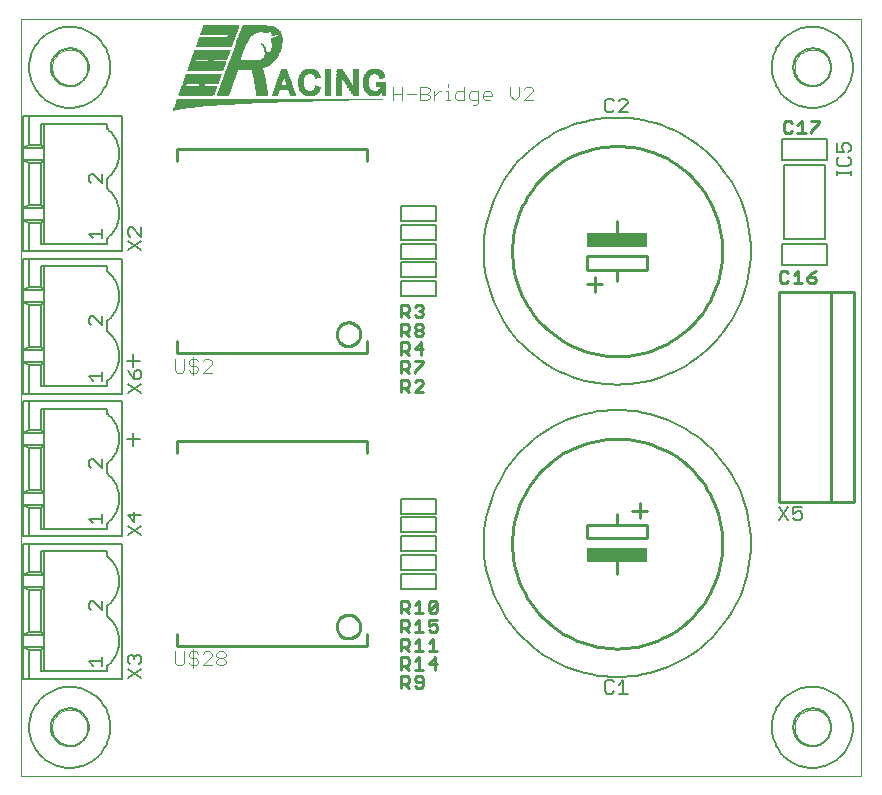
<source format=gto>
G75*
G70*
%OFA0B0*%
%FSLAX24Y24*%
%IPPOS*%
%LPD*%
%AMOC8*
5,1,8,0,0,1.08239X$1,22.5*
%
%ADD10C,0.0000*%
%ADD11R,0.0018X0.0009*%
%ADD12R,0.0036X0.0009*%
%ADD13R,0.0054X0.0009*%
%ADD14R,0.0090X0.0009*%
%ADD15R,0.0117X0.0009*%
%ADD16R,0.0153X0.0009*%
%ADD17R,0.0189X0.0009*%
%ADD18R,0.0243X0.0009*%
%ADD19R,0.0279X0.0009*%
%ADD20R,0.0342X0.0009*%
%ADD21R,0.0387X0.0009*%
%ADD22R,0.0459X0.0009*%
%ADD23R,0.0522X0.0009*%
%ADD24R,0.0594X0.0009*%
%ADD25R,0.0675X0.0009*%
%ADD26R,0.0765X0.0009*%
%ADD27R,0.0846X0.0009*%
%ADD28R,0.0945X0.0009*%
%ADD29R,0.1053X0.0009*%
%ADD30R,0.1152X0.0009*%
%ADD31R,0.1278X0.0009*%
%ADD32R,0.1395X0.0009*%
%ADD33R,0.1530X0.0009*%
%ADD34R,0.1674X0.0009*%
%ADD35R,0.1818X0.0009*%
%ADD36R,0.1971X0.0009*%
%ADD37R,0.2142X0.0009*%
%ADD38R,0.2322X0.0009*%
%ADD39R,0.2511X0.0009*%
%ADD40R,0.2718X0.0009*%
%ADD41R,0.2925X0.0009*%
%ADD42R,0.3150X0.0009*%
%ADD43R,0.3402X0.0009*%
%ADD44R,0.3654X0.0009*%
%ADD45R,0.3933X0.0009*%
%ADD46R,0.4230X0.0009*%
%ADD47R,0.4563X0.0009*%
%ADD48R,0.4914X0.0009*%
%ADD49R,0.5301X0.0009*%
%ADD50R,0.5742X0.0009*%
%ADD51R,0.6246X0.0009*%
%ADD52R,0.6858X0.0009*%
%ADD53R,0.0180X0.0009*%
%ADD54R,0.0162X0.0009*%
%ADD55R,0.0369X0.0009*%
%ADD56R,0.0360X0.0009*%
%ADD57R,0.0171X0.0009*%
%ADD58R,0.0189X0.0009*%
%ADD59R,0.0252X0.0009*%
%ADD60R,0.0225X0.0009*%
%ADD61R,0.0144X0.0009*%
%ADD62R,0.1161X0.0009*%
%ADD63R,0.0378X0.0009*%
%ADD64R,0.0198X0.0009*%
%ADD65R,0.0306X0.0009*%
%ADD66R,0.0270X0.0009*%
%ADD67R,0.0351X0.0009*%
%ADD68R,0.1170X0.0009*%
%ADD69R,0.0369X0.0009*%
%ADD70R,0.0369X0.0009*%
%ADD71R,0.0180X0.0009*%
%ADD72R,0.0198X0.0009*%
%ADD73R,0.0387X0.0009*%
%ADD74R,0.0189X0.0009*%
%ADD75R,0.0162X0.0009*%
%ADD76R,0.0423X0.0009*%
%ADD77R,0.0207X0.0009*%
%ADD78R,0.1170X0.0009*%
%ADD79R,0.0441X0.0009*%
%ADD80R,0.0216X0.0009*%
%ADD81R,0.0387X0.0009*%
%ADD82R,0.0369X0.0009*%
%ADD83R,0.0477X0.0009*%
%ADD84R,0.0414X0.0009*%
%ADD85R,0.0495X0.0009*%
%ADD86R,0.0432X0.0009*%
%ADD87R,0.0513X0.0009*%
%ADD88R,0.0234X0.0009*%
%ADD89R,0.0450X0.0009*%
%ADD90R,0.0531X0.0009*%
%ADD91R,0.0468X0.0009*%
%ADD92R,0.0549X0.0009*%
%ADD93R,0.0486X0.0009*%
%ADD94R,0.0567X0.0009*%
%ADD95R,0.0252X0.0009*%
%ADD96R,0.0585X0.0009*%
%ADD97R,0.0261X0.0009*%
%ADD98R,0.0675X0.0009*%
%ADD99R,0.1161X0.0009*%
%ADD100R,0.0378X0.0009*%
%ADD101R,0.0594X0.0009*%
%ADD102R,0.0261X0.0009*%
%ADD103R,0.0684X0.0009*%
%ADD104R,0.0612X0.0009*%
%ADD105R,0.0684X0.0009*%
%ADD106R,0.0630X0.0009*%
%ADD107R,0.0693X0.0009*%
%ADD108R,0.0288X0.0009*%
%ADD109R,0.0333X0.0009*%
%ADD110R,0.0297X0.0009*%
%ADD111R,0.0171X0.0009*%
%ADD112R,0.0243X0.0009*%
%ADD113R,0.0297X0.0009*%
%ADD114R,0.0279X0.0009*%
%ADD115R,0.0234X0.0009*%
%ADD116R,0.0234X0.0009*%
%ADD117R,0.0315X0.0009*%
%ADD118R,0.0666X0.0009*%
%ADD119R,0.0657X0.0009*%
%ADD120R,0.0216X0.0009*%
%ADD121R,0.0324X0.0009*%
%ADD122R,0.0225X0.0009*%
%ADD123R,0.0648X0.0009*%
%ADD124R,0.0207X0.0009*%
%ADD125R,0.0639X0.0009*%
%ADD126R,0.0342X0.0009*%
%ADD127R,0.0621X0.0009*%
%ADD128R,0.0207X0.0009*%
%ADD129R,0.0351X0.0009*%
%ADD130R,0.0621X0.0009*%
%ADD131R,0.0603X0.0009*%
%ADD132R,0.0135X0.0009*%
%ADD133R,0.0342X0.0009*%
%ADD134R,0.0099X0.0009*%
%ADD135R,0.0576X0.0009*%
%ADD136R,0.0045X0.0009*%
%ADD137R,0.0396X0.0009*%
%ADD138R,0.0135X0.0009*%
%ADD139R,0.0009X0.0009*%
%ADD140R,0.0405X0.0009*%
%ADD141R,0.0567X0.0009*%
%ADD142R,0.0414X0.0009*%
%ADD143R,0.0162X0.0009*%
%ADD144R,0.0360X0.0009*%
%ADD145R,0.0144X0.0009*%
%ADD146R,0.0189X0.0009*%
%ADD147R,0.0036X0.0009*%
%ADD148R,0.0396X0.0009*%
%ADD149R,0.0027X0.0009*%
%ADD150R,0.0063X0.0009*%
%ADD151R,0.0108X0.0009*%
%ADD152R,0.0162X0.0009*%
%ADD153R,0.0342X0.0009*%
%ADD154R,0.0207X0.0009*%
%ADD155R,0.0324X0.0009*%
%ADD156R,0.0306X0.0009*%
%ADD157R,0.0315X0.0009*%
%ADD158R,0.0297X0.0009*%
%ADD159R,0.0612X0.0009*%
%ADD160R,0.0558X0.0009*%
%ADD161R,0.0531X0.0009*%
%ADD162R,0.0252X0.0009*%
%ADD163R,0.0513X0.0009*%
%ADD164R,0.0459X0.0009*%
%ADD165R,0.0450X0.0009*%
%ADD166R,0.0414X0.0009*%
%ADD167R,0.1215X0.0009*%
%ADD168R,0.1215X0.0009*%
%ADD169R,0.1206X0.0009*%
%ADD170R,0.1197X0.0009*%
%ADD171R,0.1179X0.0009*%
%ADD172R,0.1188X0.0009*%
%ADD173R,0.1188X0.0009*%
%ADD174R,0.1224X0.0009*%
%ADD175R,0.1260X0.0009*%
%ADD176R,0.1296X0.0009*%
%ADD177R,0.1305X0.0009*%
%ADD178R,0.1323X0.0009*%
%ADD179R,0.1332X0.0009*%
%ADD180R,0.1350X0.0009*%
%ADD181R,0.1368X0.0009*%
%ADD182R,0.1368X0.0009*%
%ADD183R,0.1386X0.0009*%
%ADD184R,0.1404X0.0009*%
%ADD185R,0.1413X0.0009*%
%ADD186R,0.1422X0.0009*%
%ADD187R,0.1422X0.0009*%
%ADD188R,0.1440X0.0009*%
%ADD189R,0.1449X0.0009*%
%ADD190R,0.1179X0.0009*%
%ADD191R,0.1458X0.0009*%
%ADD192R,0.1458X0.0009*%
%ADD193R,0.1467X0.0009*%
%ADD194R,0.1476X0.0009*%
%ADD195R,0.0144X0.0009*%
%ADD196R,0.1485X0.0009*%
%ADD197R,0.1494X0.0009*%
%ADD198R,0.0459X0.0009*%
%ADD199R,0.1179X0.0009*%
%ADD200R,0.0441X0.0009*%
%ADD201R,0.0432X0.0009*%
%ADD202R,0.0432X0.0009*%
%ADD203R,0.1179X0.0009*%
%ADD204R,0.0468X0.0009*%
%ADD205R,0.0486X0.0009*%
%ADD206R,0.0072X0.0009*%
%ADD207R,0.0054X0.0009*%
%ADD208R,0.0045X0.0009*%
%ADD209R,0.0054X0.0009*%
%ADD210R,0.0072X0.0009*%
%ADD211R,0.0324X0.0009*%
%ADD212R,0.0081X0.0009*%
%ADD213R,0.0081X0.0009*%
%ADD214R,0.0072X0.0009*%
%ADD215R,0.0027X0.0009*%
%ADD216R,0.0324X0.0009*%
%ADD217R,0.0279X0.0009*%
%ADD218R,0.0405X0.0009*%
%ADD219R,0.0027X0.0009*%
%ADD220R,0.0252X0.0009*%
%ADD221R,0.0063X0.0009*%
%ADD222R,0.0540X0.0009*%
%ADD223R,0.0558X0.0009*%
%ADD224R,0.0972X0.0009*%
%ADD225R,0.1008X0.0009*%
%ADD226R,0.1314X0.0009*%
%ADD227R,0.1314X0.0009*%
%ADD228R,0.1287X0.0009*%
%ADD229R,0.1260X0.0009*%
%ADD230R,0.1251X0.0009*%
%ADD231R,0.1242X0.0009*%
%ADD232R,0.1197X0.0009*%
%ADD233R,0.1152X0.0009*%
%ADD234R,0.1143X0.0009*%
%ADD235R,0.1116X0.0009*%
%ADD236R,0.1089X0.0009*%
%ADD237R,0.1062X0.0009*%
%ADD238R,0.1035X0.0009*%
%ADD239R,0.0999X0.0009*%
%ADD240R,0.0954X0.0009*%
%ADD241R,0.0909X0.0009*%
%ADD242R,0.0819X0.0009*%
%ADD243C,0.0040*%
%ADD244C,0.0060*%
%ADD245C,0.0100*%
%ADD246C,0.0080*%
%ADD247C,0.0050*%
%ADD248C,0.0090*%
%ADD249R,0.2000X0.0500*%
D10*
X000180Y000180D02*
X000180Y025425D01*
X028172Y025425D01*
X028172Y000180D01*
X000180Y000180D01*
X001214Y001805D02*
X001216Y001853D01*
X001222Y001901D01*
X001232Y001948D01*
X001245Y001994D01*
X001263Y002039D01*
X001283Y002083D01*
X001308Y002125D01*
X001336Y002164D01*
X001366Y002201D01*
X001400Y002235D01*
X001437Y002267D01*
X001475Y002296D01*
X001516Y002321D01*
X001559Y002343D01*
X001604Y002361D01*
X001650Y002375D01*
X001697Y002386D01*
X001745Y002393D01*
X001793Y002396D01*
X001841Y002395D01*
X001889Y002390D01*
X001937Y002381D01*
X001983Y002369D01*
X002028Y002352D01*
X002072Y002332D01*
X002114Y002309D01*
X002154Y002282D01*
X002192Y002252D01*
X002227Y002219D01*
X002259Y002183D01*
X002289Y002145D01*
X002315Y002104D01*
X002337Y002061D01*
X002357Y002017D01*
X002372Y001972D01*
X002384Y001925D01*
X002392Y001877D01*
X002396Y001829D01*
X002396Y001781D01*
X002392Y001733D01*
X002384Y001685D01*
X002372Y001638D01*
X002357Y001593D01*
X002337Y001549D01*
X002315Y001506D01*
X002289Y001465D01*
X002259Y001427D01*
X002227Y001391D01*
X002192Y001358D01*
X002154Y001328D01*
X002114Y001301D01*
X002072Y001278D01*
X002028Y001258D01*
X001983Y001241D01*
X001937Y001229D01*
X001889Y001220D01*
X001841Y001215D01*
X001793Y001214D01*
X001745Y001217D01*
X001697Y001224D01*
X001650Y001235D01*
X001604Y001249D01*
X001559Y001267D01*
X001516Y001289D01*
X001475Y001314D01*
X001437Y001343D01*
X001400Y001375D01*
X001366Y001409D01*
X001336Y001446D01*
X001308Y001485D01*
X001283Y001527D01*
X001263Y001571D01*
X001245Y001616D01*
X001232Y001662D01*
X001222Y001709D01*
X001216Y001757D01*
X001214Y001805D01*
X001214Y023805D02*
X001216Y023853D01*
X001222Y023901D01*
X001232Y023948D01*
X001245Y023994D01*
X001263Y024039D01*
X001283Y024083D01*
X001308Y024125D01*
X001336Y024164D01*
X001366Y024201D01*
X001400Y024235D01*
X001437Y024267D01*
X001475Y024296D01*
X001516Y024321D01*
X001559Y024343D01*
X001604Y024361D01*
X001650Y024375D01*
X001697Y024386D01*
X001745Y024393D01*
X001793Y024396D01*
X001841Y024395D01*
X001889Y024390D01*
X001937Y024381D01*
X001983Y024369D01*
X002028Y024352D01*
X002072Y024332D01*
X002114Y024309D01*
X002154Y024282D01*
X002192Y024252D01*
X002227Y024219D01*
X002259Y024183D01*
X002289Y024145D01*
X002315Y024104D01*
X002337Y024061D01*
X002357Y024017D01*
X002372Y023972D01*
X002384Y023925D01*
X002392Y023877D01*
X002396Y023829D01*
X002396Y023781D01*
X002392Y023733D01*
X002384Y023685D01*
X002372Y023638D01*
X002357Y023593D01*
X002337Y023549D01*
X002315Y023506D01*
X002289Y023465D01*
X002259Y023427D01*
X002227Y023391D01*
X002192Y023358D01*
X002154Y023328D01*
X002114Y023301D01*
X002072Y023278D01*
X002028Y023258D01*
X001983Y023241D01*
X001937Y023229D01*
X001889Y023220D01*
X001841Y023215D01*
X001793Y023214D01*
X001745Y023217D01*
X001697Y023224D01*
X001650Y023235D01*
X001604Y023249D01*
X001559Y023267D01*
X001516Y023289D01*
X001475Y023314D01*
X001437Y023343D01*
X001400Y023375D01*
X001366Y023409D01*
X001336Y023446D01*
X001308Y023485D01*
X001283Y023527D01*
X001263Y023571D01*
X001245Y023616D01*
X001232Y023662D01*
X001222Y023709D01*
X001216Y023757D01*
X001214Y023805D01*
X025964Y023805D02*
X025966Y023853D01*
X025972Y023901D01*
X025982Y023948D01*
X025995Y023994D01*
X026013Y024039D01*
X026033Y024083D01*
X026058Y024125D01*
X026086Y024164D01*
X026116Y024201D01*
X026150Y024235D01*
X026187Y024267D01*
X026225Y024296D01*
X026266Y024321D01*
X026309Y024343D01*
X026354Y024361D01*
X026400Y024375D01*
X026447Y024386D01*
X026495Y024393D01*
X026543Y024396D01*
X026591Y024395D01*
X026639Y024390D01*
X026687Y024381D01*
X026733Y024369D01*
X026778Y024352D01*
X026822Y024332D01*
X026864Y024309D01*
X026904Y024282D01*
X026942Y024252D01*
X026977Y024219D01*
X027009Y024183D01*
X027039Y024145D01*
X027065Y024104D01*
X027087Y024061D01*
X027107Y024017D01*
X027122Y023972D01*
X027134Y023925D01*
X027142Y023877D01*
X027146Y023829D01*
X027146Y023781D01*
X027142Y023733D01*
X027134Y023685D01*
X027122Y023638D01*
X027107Y023593D01*
X027087Y023549D01*
X027065Y023506D01*
X027039Y023465D01*
X027009Y023427D01*
X026977Y023391D01*
X026942Y023358D01*
X026904Y023328D01*
X026864Y023301D01*
X026822Y023278D01*
X026778Y023258D01*
X026733Y023241D01*
X026687Y023229D01*
X026639Y023220D01*
X026591Y023215D01*
X026543Y023214D01*
X026495Y023217D01*
X026447Y023224D01*
X026400Y023235D01*
X026354Y023249D01*
X026309Y023267D01*
X026266Y023289D01*
X026225Y023314D01*
X026187Y023343D01*
X026150Y023375D01*
X026116Y023409D01*
X026086Y023446D01*
X026058Y023485D01*
X026033Y023527D01*
X026013Y023571D01*
X025995Y023616D01*
X025982Y023662D01*
X025972Y023709D01*
X025966Y023757D01*
X025964Y023805D01*
X025964Y001805D02*
X025966Y001853D01*
X025972Y001901D01*
X025982Y001948D01*
X025995Y001994D01*
X026013Y002039D01*
X026033Y002083D01*
X026058Y002125D01*
X026086Y002164D01*
X026116Y002201D01*
X026150Y002235D01*
X026187Y002267D01*
X026225Y002296D01*
X026266Y002321D01*
X026309Y002343D01*
X026354Y002361D01*
X026400Y002375D01*
X026447Y002386D01*
X026495Y002393D01*
X026543Y002396D01*
X026591Y002395D01*
X026639Y002390D01*
X026687Y002381D01*
X026733Y002369D01*
X026778Y002352D01*
X026822Y002332D01*
X026864Y002309D01*
X026904Y002282D01*
X026942Y002252D01*
X026977Y002219D01*
X027009Y002183D01*
X027039Y002145D01*
X027065Y002104D01*
X027087Y002061D01*
X027107Y002017D01*
X027122Y001972D01*
X027134Y001925D01*
X027142Y001877D01*
X027146Y001829D01*
X027146Y001781D01*
X027142Y001733D01*
X027134Y001685D01*
X027122Y001638D01*
X027107Y001593D01*
X027087Y001549D01*
X027065Y001506D01*
X027039Y001465D01*
X027009Y001427D01*
X026977Y001391D01*
X026942Y001358D01*
X026904Y001328D01*
X026864Y001301D01*
X026822Y001278D01*
X026778Y001258D01*
X026733Y001241D01*
X026687Y001229D01*
X026639Y001220D01*
X026591Y001215D01*
X026543Y001214D01*
X026495Y001217D01*
X026447Y001224D01*
X026400Y001235D01*
X026354Y001249D01*
X026309Y001267D01*
X026266Y001289D01*
X026225Y001314D01*
X026187Y001343D01*
X026150Y001375D01*
X026116Y001409D01*
X026086Y001446D01*
X026058Y001485D01*
X026033Y001527D01*
X026013Y001571D01*
X025995Y001616D01*
X025982Y001662D01*
X025972Y001709D01*
X025966Y001757D01*
X025964Y001805D01*
D11*
X005264Y022339D03*
X008215Y024571D03*
D12*
X008224Y024553D03*
X008323Y024337D03*
X008323Y024328D03*
X005273Y022348D03*
D13*
X005290Y022357D03*
X008341Y024292D03*
X008323Y024346D03*
X008323Y024364D03*
D14*
X008341Y024949D03*
X010025Y023428D03*
X005309Y022366D03*
D15*
X005322Y022375D03*
D16*
X005349Y022384D03*
D17*
X005367Y022393D03*
X008949Y023716D03*
X009048Y023446D03*
X009057Y023419D03*
X009066Y023392D03*
X009084Y023347D03*
X009084Y023338D03*
X009093Y023311D03*
X009102Y023293D03*
X009102Y023284D03*
X009111Y023266D03*
X009111Y023257D03*
X009129Y023221D03*
X009129Y023212D03*
X009129Y023203D03*
X009138Y023194D03*
X009192Y023023D03*
X009201Y022996D03*
X009219Y022942D03*
X009516Y023239D03*
X009516Y023248D03*
X009516Y023257D03*
X009516Y023302D03*
X009516Y023311D03*
X009516Y023329D03*
X010794Y023329D03*
X010794Y023338D03*
X010794Y023347D03*
X010794Y023356D03*
X010794Y023374D03*
X010794Y023383D03*
X010794Y023311D03*
X010794Y023302D03*
X010794Y023293D03*
X010794Y023284D03*
X010794Y023266D03*
X010794Y023257D03*
X010794Y023248D03*
X010794Y023239D03*
X010794Y023221D03*
X010794Y023212D03*
X010794Y023203D03*
X010794Y023194D03*
X010794Y023176D03*
X010794Y023167D03*
X010794Y023158D03*
X010794Y023149D03*
X010794Y023131D03*
X010794Y023122D03*
X010794Y023113D03*
X010794Y023104D03*
X010794Y023086D03*
X010794Y023077D03*
X010794Y023068D03*
X010794Y023059D03*
X010794Y023041D03*
X010794Y023032D03*
X010794Y023023D03*
X010794Y023014D03*
X010794Y022996D03*
X010794Y022987D03*
X010794Y022978D03*
X010794Y022969D03*
X010794Y022951D03*
X010794Y022942D03*
X010794Y022933D03*
X010794Y022924D03*
X010794Y022906D03*
X010794Y022897D03*
X010794Y022888D03*
X010794Y022879D03*
X010794Y022861D03*
X010794Y022852D03*
X011352Y022852D03*
X011352Y023194D03*
X011352Y023203D03*
X011352Y023212D03*
X011352Y023221D03*
X011352Y023239D03*
X011352Y023248D03*
X011352Y023257D03*
X011352Y023266D03*
X011352Y023284D03*
X011352Y023293D03*
X011352Y023302D03*
X011352Y023311D03*
X011352Y023329D03*
X011352Y023338D03*
X011352Y023347D03*
X011352Y023356D03*
X011352Y023374D03*
X011352Y023383D03*
X011352Y023392D03*
X011352Y023401D03*
X011352Y023419D03*
X011352Y023428D03*
X011352Y023437D03*
X011352Y023446D03*
X011352Y023464D03*
X011352Y023473D03*
X011352Y023482D03*
X011352Y023491D03*
X011352Y023509D03*
X011352Y023518D03*
X011352Y023527D03*
X011352Y023536D03*
X011352Y023554D03*
X011352Y023563D03*
X011352Y023572D03*
X011352Y023581D03*
X011352Y023599D03*
X011352Y023608D03*
X011352Y023617D03*
X011352Y023626D03*
X011352Y023644D03*
X011352Y023653D03*
X011352Y023662D03*
X011352Y023671D03*
X011352Y023689D03*
X011352Y023698D03*
X011352Y023707D03*
X011676Y023338D03*
X011676Y023329D03*
X011676Y023239D03*
X012252Y023131D03*
X012252Y023122D03*
X010803Y023716D03*
X008796Y024814D03*
D18*
X009606Y023554D03*
X010011Y023554D03*
X010821Y023644D03*
X010821Y023653D03*
X011325Y022933D03*
X011325Y022924D03*
X011748Y023023D03*
X011757Y023014D03*
X012225Y023032D03*
X012171Y023554D03*
X007212Y024859D03*
X007194Y024814D03*
X007185Y024787D03*
X005394Y022402D03*
D19*
X005421Y022411D03*
X008949Y023581D03*
X009984Y022987D03*
X010839Y023599D03*
X011307Y022987D03*
X011307Y022978D03*
X011784Y023563D03*
D20*
X011941Y022870D03*
X008954Y023500D03*
X008701Y024445D03*
X007424Y024310D03*
X007388Y024220D03*
X007343Y024085D03*
X005453Y022420D03*
D21*
X005484Y022429D03*
X007590Y024724D03*
X007599Y024742D03*
D22*
X007680Y024868D03*
X008535Y024202D03*
X008535Y024193D03*
X005520Y022438D03*
D23*
X005551Y022447D03*
X008378Y024013D03*
D24*
X007774Y024949D03*
X009808Y023599D03*
X011968Y023599D03*
X005596Y022456D03*
D25*
X005637Y022465D03*
D26*
X005682Y022474D03*
X007527Y024013D03*
D27*
X005731Y022483D03*
D28*
X005781Y022492D03*
D29*
X005835Y022501D03*
D30*
X005894Y022510D03*
D31*
X005956Y022519D03*
X008144Y025021D03*
D32*
X007788Y023878D03*
X006024Y022528D03*
D33*
X006091Y022537D03*
D34*
X006163Y022546D03*
D35*
X006244Y022555D03*
D36*
X006321Y022564D03*
D37*
X006406Y022573D03*
D38*
X006505Y022582D03*
D39*
X006600Y022591D03*
D40*
X006704Y022600D03*
D41*
X006816Y022609D03*
D42*
X006929Y022618D03*
D43*
X007054Y022627D03*
D44*
X007189Y022636D03*
D45*
X007329Y022645D03*
D46*
X007486Y022654D03*
D47*
X007653Y022663D03*
D48*
X007828Y022672D03*
D49*
X008031Y022681D03*
D50*
X008251Y022690D03*
D51*
X008503Y022699D03*
D52*
X008819Y022708D03*
D53*
X008648Y022861D03*
X008656Y022879D03*
X008656Y022888D03*
X008656Y022897D03*
X008665Y022906D03*
X008665Y022924D03*
X008675Y022933D03*
X008675Y022942D03*
X008675Y022951D03*
X008684Y022969D03*
X008684Y022978D03*
X008693Y022987D03*
X008693Y022996D03*
X008701Y023014D03*
X008701Y023023D03*
X008765Y023203D03*
X008774Y023221D03*
X008783Y023248D03*
X008783Y023257D03*
X008791Y023284D03*
X008800Y023302D03*
X008810Y023329D03*
X008819Y023356D03*
X008828Y023383D03*
X008845Y023437D03*
X009044Y023464D03*
X009053Y023437D03*
X009053Y023428D03*
X009061Y023401D03*
X009070Y023383D03*
X009080Y023356D03*
X009089Y023329D03*
X009098Y023302D03*
X009115Y023248D03*
X009818Y022834D03*
X010079Y023131D03*
X010420Y022843D03*
X010420Y023716D03*
X008656Y024877D03*
X012220Y023446D03*
D54*
X012265Y022942D03*
X012265Y022933D03*
X012265Y022924D03*
X012265Y022906D03*
X012265Y022897D03*
X012265Y022888D03*
X012265Y022879D03*
X012265Y022861D03*
X012265Y022852D03*
X011950Y022834D03*
X008809Y024823D03*
D55*
X008724Y024733D03*
X008724Y024724D03*
X008724Y024706D03*
X008724Y024697D03*
X008724Y024688D03*
X008724Y024679D03*
X008724Y024661D03*
X008724Y024652D03*
X008724Y024643D03*
X008724Y024634D03*
X008724Y024616D03*
X008076Y023689D03*
X008094Y023581D03*
X008103Y023536D03*
X008103Y023527D03*
X008112Y023491D03*
X008112Y023482D03*
X008121Y023446D03*
X008121Y023437D03*
X008139Y023347D03*
X008139Y023338D03*
X008148Y023302D03*
X008148Y023293D03*
X008148Y023284D03*
X008157Y023257D03*
X008157Y023248D03*
X008157Y023239D03*
X008166Y023203D03*
X008166Y023194D03*
X008184Y023104D03*
X008193Y023059D03*
X008193Y023041D03*
X008202Y023014D03*
X008202Y022996D03*
X008211Y022951D03*
X008229Y022861D03*
X008229Y022852D03*
X007122Y023437D03*
X007131Y023464D03*
X007158Y023536D03*
X007167Y023563D03*
X007203Y023662D03*
X007086Y023338D03*
X007077Y023311D03*
X007059Y023266D03*
X007041Y023212D03*
X007023Y023167D03*
X006987Y023068D03*
X006978Y023041D03*
X006969Y023014D03*
X006951Y022969D03*
X006942Y022942D03*
X006924Y022888D03*
X006906Y022843D03*
X007554Y024643D03*
X007554Y024652D03*
X007563Y024661D03*
X007572Y024688D03*
X010884Y023464D03*
X011262Y023122D03*
X011262Y023113D03*
X011937Y022879D03*
D56*
X011266Y023104D03*
X010880Y023473D03*
X008954Y023473D03*
X008144Y023329D03*
X008144Y023311D03*
X008153Y023266D03*
X008161Y023221D03*
X008161Y023212D03*
X008170Y023176D03*
X008170Y023167D03*
X008180Y023131D03*
X008180Y023122D03*
X008180Y023113D03*
X008189Y023086D03*
X008189Y023077D03*
X008189Y023068D03*
X008198Y023032D03*
X008198Y023023D03*
X008206Y022987D03*
X008206Y022978D03*
X008206Y022969D03*
X008215Y022942D03*
X008215Y022933D03*
X008215Y022924D03*
X008225Y022888D03*
X008225Y022879D03*
X008234Y022843D03*
X008135Y023356D03*
X008135Y023374D03*
X008125Y023419D03*
X008125Y023428D03*
X008116Y023464D03*
X008116Y023473D03*
X008108Y023509D03*
X008108Y023518D03*
X008099Y023554D03*
X008099Y023563D03*
X008099Y023572D03*
X008090Y023599D03*
X008090Y023608D03*
X008090Y023617D03*
X008080Y023644D03*
X008080Y023653D03*
X008080Y023662D03*
X008080Y023671D03*
X008071Y023698D03*
X008071Y023707D03*
X007495Y024499D03*
X007505Y024526D03*
X007514Y024544D03*
X007514Y024553D03*
X007523Y024562D03*
X007523Y024571D03*
X007531Y024589D03*
X007531Y024598D03*
X007540Y024607D03*
X007540Y024616D03*
X007550Y024634D03*
X008675Y024922D03*
X008720Y024607D03*
X008720Y024598D03*
X008720Y024589D03*
X008720Y024571D03*
X008720Y024562D03*
X008720Y024553D03*
X008710Y024508D03*
D57*
X008337Y024958D03*
X008859Y023464D03*
X008850Y023446D03*
X008841Y023428D03*
X008841Y023419D03*
X008832Y023401D03*
X008832Y023392D03*
X008823Y023374D03*
X008814Y023347D03*
X008814Y023338D03*
X008805Y023311D03*
X008796Y023293D03*
X008787Y023266D03*
X008778Y023239D03*
X008769Y023212D03*
X008760Y023194D03*
X008706Y023032D03*
X008643Y022852D03*
X008643Y022843D03*
X010794Y022843D03*
X011352Y022843D03*
X011352Y023716D03*
X006519Y024031D03*
X006510Y024022D03*
X006510Y024013D03*
X006510Y024004D03*
X006501Y023986D03*
X006501Y023977D03*
X006231Y023239D03*
X006222Y023221D03*
X006222Y023212D03*
X006213Y023203D03*
X006213Y023194D03*
X006204Y023176D03*
X006204Y023167D03*
D58*
X009075Y023374D03*
X009120Y023239D03*
X009210Y022969D03*
X009255Y022843D03*
D59*
X009818Y022843D03*
X010006Y022996D03*
X009818Y023716D03*
X008954Y023626D03*
X008954Y023617D03*
X008774Y024796D03*
X007208Y024841D03*
X007199Y024832D03*
X007199Y024823D03*
X011978Y023716D03*
X012158Y023563D03*
D60*
X012189Y023536D03*
X011748Y023536D03*
X011739Y023527D03*
X011721Y023059D03*
X011730Y023041D03*
X011739Y023032D03*
X011946Y022843D03*
X011334Y022906D03*
X011127Y023203D03*
X011091Y023257D03*
X011073Y023284D03*
X011055Y023311D03*
X011037Y023338D03*
X010812Y023671D03*
X010038Y023527D03*
X010029Y023536D03*
X009588Y023536D03*
X009579Y023527D03*
X009579Y023032D03*
X010029Y023014D03*
X008949Y023662D03*
D61*
X005938Y024049D03*
X005929Y024022D03*
X005920Y024004D03*
X005911Y023977D03*
X012265Y022843D03*
D62*
X006276Y023554D03*
X006204Y023356D03*
X006195Y023329D03*
X006168Y023257D03*
X006132Y023158D03*
X006123Y023131D03*
X006114Y023104D03*
X006096Y023059D03*
X006087Y023032D03*
X006051Y022933D03*
X006042Y022906D03*
X006033Y022879D03*
X006024Y022861D03*
X006024Y022852D03*
D63*
X006910Y022852D03*
X006910Y022861D03*
X006919Y022879D03*
X006929Y022897D03*
X006929Y022906D03*
X006938Y022924D03*
X006938Y022933D03*
X006946Y022951D03*
X006955Y022978D03*
X006964Y022996D03*
X006974Y023023D03*
X006974Y023032D03*
X006983Y023059D03*
X006991Y023077D03*
X006991Y023086D03*
X007000Y023104D03*
X007009Y023122D03*
X007009Y023131D03*
X007019Y023149D03*
X007019Y023158D03*
X007028Y023176D03*
X007036Y023194D03*
X007036Y023203D03*
X007045Y023221D03*
X007054Y023248D03*
X007054Y023257D03*
X007064Y023284D03*
X007073Y023293D03*
X007073Y023302D03*
X007081Y023329D03*
X007090Y023347D03*
X007090Y023356D03*
X007099Y023374D03*
X007099Y023383D03*
X007109Y023392D03*
X007109Y023401D03*
X007118Y023419D03*
X007118Y023428D03*
X007126Y023446D03*
X007135Y023473D03*
X007135Y023482D03*
X007144Y023491D03*
X007144Y023509D03*
X007154Y023518D03*
X007154Y023527D03*
X007163Y023554D03*
X007171Y023572D03*
X007171Y023581D03*
X007180Y023599D03*
X007180Y023608D03*
X007189Y023617D03*
X007189Y023626D03*
X007199Y023644D03*
X007199Y023653D03*
X007208Y023671D03*
X007216Y023689D03*
X007216Y023698D03*
X007216Y023707D03*
X007568Y024679D03*
X007576Y024697D03*
X007585Y024706D03*
X007594Y024733D03*
X008719Y024742D03*
X010889Y023446D03*
X010889Y023437D03*
X011258Y023131D03*
D64*
X011348Y022861D03*
X011699Y023113D03*
X011689Y023149D03*
X011689Y023158D03*
X011680Y023176D03*
X011680Y023194D03*
X011680Y023203D03*
X011680Y023212D03*
X011680Y023221D03*
X011671Y023248D03*
X011671Y023257D03*
X011671Y023266D03*
X011671Y023284D03*
X011671Y023293D03*
X011671Y023302D03*
X011671Y023311D03*
X011680Y023347D03*
X011680Y023356D03*
X011680Y023374D03*
X011680Y023383D03*
X011680Y023392D03*
X011689Y023401D03*
X011689Y023419D03*
X011689Y023428D03*
X011699Y023446D03*
X012220Y023473D03*
X012220Y023482D03*
X012229Y023464D03*
X012248Y023113D03*
X012248Y023104D03*
X010420Y023104D03*
X010420Y023113D03*
X010420Y023122D03*
X010420Y023131D03*
X010420Y023149D03*
X010420Y023158D03*
X010420Y023167D03*
X010420Y023176D03*
X010420Y023194D03*
X010420Y023203D03*
X010420Y023212D03*
X010420Y023221D03*
X010420Y023239D03*
X010420Y023248D03*
X010420Y023257D03*
X010420Y023266D03*
X010420Y023284D03*
X010420Y023293D03*
X010420Y023302D03*
X010420Y023311D03*
X010420Y023329D03*
X010420Y023338D03*
X010420Y023347D03*
X010420Y023356D03*
X010420Y023374D03*
X010420Y023383D03*
X010420Y023392D03*
X010420Y023401D03*
X010420Y023419D03*
X010420Y023428D03*
X010420Y023437D03*
X010420Y023446D03*
X010420Y023464D03*
X010420Y023473D03*
X010420Y023482D03*
X010420Y023491D03*
X010420Y023509D03*
X010420Y023518D03*
X010420Y023527D03*
X010420Y023536D03*
X010420Y023554D03*
X010420Y023563D03*
X010420Y023572D03*
X010420Y023581D03*
X010420Y023599D03*
X010420Y023608D03*
X010420Y023617D03*
X010420Y023626D03*
X010420Y023644D03*
X010420Y023653D03*
X010420Y023662D03*
X010420Y023671D03*
X010420Y023689D03*
X010420Y023698D03*
X010420Y023707D03*
X010420Y023086D03*
X010420Y023077D03*
X010420Y023068D03*
X010420Y023059D03*
X010420Y023041D03*
X010420Y023032D03*
X010420Y023023D03*
X010420Y023014D03*
X010420Y022996D03*
X010420Y022987D03*
X010420Y022978D03*
X010420Y022969D03*
X010420Y022951D03*
X010420Y022942D03*
X010420Y022933D03*
X010420Y022924D03*
X010420Y022906D03*
X010420Y022897D03*
X010420Y022888D03*
X010420Y022879D03*
X010420Y022861D03*
X010420Y022852D03*
X010060Y023068D03*
X010069Y023086D03*
X010079Y023104D03*
X010079Y023113D03*
X010079Y023122D03*
X009539Y023113D03*
X009529Y023149D03*
X009529Y023158D03*
X009520Y023167D03*
X009520Y023176D03*
X009520Y023194D03*
X009520Y023203D03*
X009520Y023212D03*
X009520Y023221D03*
X009511Y023266D03*
X009511Y023284D03*
X009511Y023293D03*
X009520Y023338D03*
X009520Y023347D03*
X009520Y023356D03*
X009520Y023374D03*
X009520Y023383D03*
X009520Y023392D03*
X009529Y023401D03*
X009529Y023419D03*
X009529Y023428D03*
X009539Y023437D03*
X009539Y023446D03*
X009188Y023032D03*
X009196Y023014D03*
X009205Y022987D03*
X009205Y022978D03*
X009214Y022951D03*
X009224Y022933D03*
X009224Y022924D03*
X009233Y022906D03*
X009233Y022897D03*
X009241Y022888D03*
X009241Y022879D03*
X009250Y022861D03*
X009250Y022852D03*
X008954Y023698D03*
X008954Y023707D03*
D65*
X008953Y023554D03*
X009818Y023707D03*
X009818Y022852D03*
X010853Y023554D03*
X011293Y023023D03*
X011798Y022987D03*
X011941Y022861D03*
X011978Y023707D03*
X008665Y024976D03*
D66*
X008954Y023599D03*
X009620Y023563D03*
X010835Y023608D03*
X011311Y022969D03*
X011780Y022996D03*
X011941Y022852D03*
D67*
X011271Y023086D03*
X010875Y023482D03*
X010875Y023491D03*
X009813Y023698D03*
X008949Y023482D03*
X009813Y022861D03*
X008706Y024472D03*
X008706Y024481D03*
X008706Y024499D03*
X008715Y024517D03*
X008715Y024526D03*
X008715Y024544D03*
X008679Y024913D03*
X007500Y024517D03*
X007500Y024508D03*
X007491Y024481D03*
X007482Y024472D03*
X007482Y024463D03*
X007473Y024454D03*
X007473Y024436D03*
X007464Y024427D03*
X007464Y024418D03*
X007455Y024391D03*
X007446Y024373D03*
X007437Y024346D03*
X007428Y024328D03*
X007419Y024301D03*
X007401Y024256D03*
X007392Y024229D03*
X007383Y024202D03*
X007347Y024103D03*
X011973Y023698D03*
D68*
X006794Y024985D03*
X006713Y024760D03*
X006695Y024715D03*
X006650Y024580D03*
X006631Y024535D03*
X006614Y024490D03*
X006569Y024355D03*
X006550Y024310D03*
X006533Y024265D03*
X006515Y024220D03*
X006488Y024130D03*
X006470Y024085D03*
X006406Y023905D03*
X006389Y023860D03*
X006370Y023815D03*
X006353Y023770D03*
X006335Y023725D03*
X006325Y023680D03*
X006271Y023545D03*
X006254Y023500D03*
X006226Y023410D03*
X006209Y023365D03*
X006190Y023320D03*
X006173Y023275D03*
X006128Y023140D03*
X006110Y023095D03*
X006091Y023050D03*
X006046Y022915D03*
X006029Y022870D03*
D69*
X006915Y022870D03*
X007095Y023365D03*
X008085Y023635D03*
X008175Y023140D03*
X008220Y022915D03*
X007545Y024625D03*
D70*
X007563Y024670D03*
X008076Y023680D03*
X008094Y023590D03*
X008103Y023545D03*
X008184Y023095D03*
X008193Y023050D03*
X008202Y023005D03*
X008211Y022960D03*
X008229Y022870D03*
X007113Y023410D03*
X007194Y023635D03*
X007014Y023140D03*
X006933Y022915D03*
X008724Y024625D03*
X008724Y024670D03*
X008724Y024715D03*
X010884Y023455D03*
D71*
X009818Y023725D03*
X009106Y023275D03*
X009061Y023410D03*
X009044Y023455D03*
X008855Y023455D03*
X008836Y023410D03*
X008791Y023275D03*
X008774Y023230D03*
X008684Y022960D03*
X008665Y022915D03*
X008648Y022870D03*
X011978Y023725D03*
D72*
X012229Y023455D03*
X012248Y023095D03*
X011689Y023140D03*
X011680Y023185D03*
X011680Y023230D03*
X011671Y023275D03*
X011671Y023320D03*
X011680Y023365D03*
X011689Y023410D03*
X011348Y022870D03*
X010420Y022870D03*
X010420Y022915D03*
X010420Y022960D03*
X010420Y023005D03*
X010420Y023050D03*
X010420Y023095D03*
X010420Y023140D03*
X010420Y023185D03*
X010420Y023230D03*
X010420Y023275D03*
X010420Y023320D03*
X010420Y023365D03*
X010420Y023410D03*
X010420Y023455D03*
X010420Y023500D03*
X010420Y023545D03*
X010420Y023590D03*
X010420Y023635D03*
X010420Y023680D03*
X010069Y023455D03*
X010069Y023095D03*
X009529Y023140D03*
X009520Y023185D03*
X009511Y023275D03*
X009520Y023365D03*
X009529Y023410D03*
X009196Y023005D03*
X009214Y022960D03*
X009233Y022915D03*
X009241Y022870D03*
D73*
X009813Y022870D03*
X011253Y023140D03*
X007608Y024760D03*
D74*
X009093Y023320D03*
X009138Y023185D03*
X009516Y023230D03*
X009516Y023320D03*
X010794Y023320D03*
X010794Y023365D03*
X010794Y023275D03*
X010794Y023230D03*
X010794Y023185D03*
X010794Y023140D03*
X010794Y023095D03*
X010794Y023050D03*
X010794Y023005D03*
X010794Y022960D03*
X010794Y022915D03*
X010794Y022870D03*
X011352Y023185D03*
X011352Y023230D03*
X011352Y023275D03*
X011352Y023320D03*
X011352Y023365D03*
X011352Y023410D03*
X011352Y023455D03*
X011352Y023500D03*
X011352Y023545D03*
X011352Y023590D03*
X011352Y023635D03*
X011352Y023680D03*
D75*
X012265Y022915D03*
X012265Y022870D03*
D76*
X009813Y022879D03*
X007653Y024832D03*
X007644Y024823D03*
D77*
X009552Y023482D03*
X009552Y023473D03*
X009543Y023464D03*
X009543Y023104D03*
X009552Y023086D03*
X009552Y023077D03*
X010047Y023041D03*
X010803Y023698D03*
X010803Y023707D03*
X011703Y023464D03*
X011712Y023473D03*
X011712Y023482D03*
X011703Y023104D03*
X011343Y022879D03*
X012243Y023077D03*
X012243Y023086D03*
X012207Y023509D03*
D78*
X008116Y025084D03*
X006856Y025156D03*
X006839Y025111D03*
X006830Y025084D03*
X006820Y025057D03*
X006803Y025012D03*
X006785Y024958D03*
X006775Y024931D03*
X006766Y024913D03*
X006758Y024886D03*
X006704Y024733D03*
X006695Y024706D03*
X006685Y024688D03*
X006676Y024661D03*
X006668Y024634D03*
X006659Y024616D03*
X006659Y024607D03*
X006650Y024589D03*
X006640Y024562D03*
X006623Y024517D03*
X006623Y024508D03*
X006614Y024481D03*
X006569Y024364D03*
X006560Y024337D03*
X006550Y024319D03*
X006541Y024292D03*
X006541Y024283D03*
X006533Y024256D03*
X006524Y024238D03*
X006515Y024211D03*
X006505Y024193D03*
X006505Y024184D03*
X006496Y024166D03*
X006496Y024157D03*
X006488Y024139D03*
X006479Y024121D03*
X006479Y024112D03*
X006470Y024094D03*
X006460Y024067D03*
X006460Y024058D03*
X006425Y023968D03*
X006425Y023959D03*
X006415Y023941D03*
X006415Y023932D03*
X006406Y023923D03*
X006406Y023914D03*
X006398Y023896D03*
X006398Y023887D03*
X006389Y023869D03*
X006380Y023842D03*
X006380Y023833D03*
X006370Y023824D03*
X006370Y023806D03*
X006361Y023797D03*
X006361Y023788D03*
X006353Y023761D03*
X006344Y023743D03*
X006344Y023734D03*
X006335Y023716D03*
X006335Y023707D03*
X006325Y023698D03*
X006325Y023689D03*
X006316Y023671D03*
X006271Y023536D03*
X006263Y023527D03*
X006263Y023518D03*
X006263Y023509D03*
X006254Y023491D03*
X006254Y023482D03*
X006245Y023473D03*
X006245Y023464D03*
X006235Y023446D03*
X006235Y023437D03*
X006226Y023428D03*
X006226Y023419D03*
X006218Y023401D03*
X006218Y023392D03*
X006218Y023383D03*
X006209Y023374D03*
X006200Y023347D03*
X006200Y023338D03*
X006190Y023311D03*
X006181Y023302D03*
X006181Y023293D03*
X006181Y023284D03*
X006173Y023266D03*
X006164Y023248D03*
X006128Y023149D03*
X006119Y023122D03*
X006119Y023113D03*
X006110Y023086D03*
X006100Y023077D03*
X006100Y023068D03*
X006091Y023041D03*
X006083Y023023D03*
X006083Y023014D03*
X006074Y022996D03*
X006074Y022987D03*
X006065Y022978D03*
X006065Y022969D03*
X006055Y022951D03*
X006055Y022942D03*
X006046Y022924D03*
X006038Y022897D03*
X006038Y022888D03*
D79*
X008454Y024067D03*
X008463Y024076D03*
X008481Y024094D03*
X008499Y024121D03*
X008508Y024139D03*
X008517Y024148D03*
X008517Y024157D03*
X009813Y022888D03*
X011973Y023671D03*
D80*
X012193Y023527D03*
X012203Y023518D03*
X012238Y023068D03*
X012238Y023059D03*
X011716Y023068D03*
X011716Y023077D03*
X011708Y023086D03*
X011716Y023491D03*
X011725Y023509D03*
X011734Y023518D03*
X011123Y023212D03*
X011113Y023221D03*
X011104Y023239D03*
X011095Y023248D03*
X011086Y023266D03*
X011068Y023293D03*
X011059Y023302D03*
X011041Y023329D03*
X011033Y023347D03*
X011023Y023356D03*
X011014Y023374D03*
X011005Y023383D03*
X011131Y023194D03*
X011338Y022897D03*
X011338Y022888D03*
X010808Y023689D03*
X010043Y023518D03*
X010043Y023509D03*
X009574Y023518D03*
X009565Y023509D03*
X009556Y023491D03*
X009556Y023068D03*
X009574Y023041D03*
X010033Y023023D03*
X010043Y023032D03*
X008953Y023671D03*
X008683Y024886D03*
D81*
X009813Y023689D03*
X010893Y023428D03*
X011253Y023149D03*
X011937Y022888D03*
X011973Y023689D03*
X007338Y024031D03*
D82*
X007050Y023239D03*
X007005Y023113D03*
X006960Y022987D03*
X008175Y023149D03*
X008175Y023158D03*
X008130Y023383D03*
X008130Y023392D03*
X008130Y023401D03*
X008085Y023626D03*
X008220Y022906D03*
X008220Y022897D03*
X008715Y024751D03*
D83*
X008553Y024247D03*
X007698Y024886D03*
X009813Y022897D03*
D84*
X011933Y022897D03*
D85*
X011928Y022942D03*
X011973Y023653D03*
X009813Y023653D03*
X009813Y022906D03*
X007716Y024904D03*
D86*
X007658Y024841D03*
X011933Y022906D03*
D87*
X009813Y022915D03*
D88*
X010015Y023005D03*
X011329Y022915D03*
D89*
X011933Y022915D03*
X008530Y024175D03*
D90*
X007734Y024922D03*
X009813Y022924D03*
D91*
X009818Y023662D03*
X008549Y024229D03*
X008549Y024238D03*
X008539Y024211D03*
X008414Y024031D03*
X007684Y024877D03*
X011933Y022924D03*
D92*
X011973Y023626D03*
X009813Y023626D03*
X009813Y022933D03*
D93*
X008395Y024022D03*
X008558Y024256D03*
X008558Y024274D03*
X011933Y022933D03*
D94*
X009813Y022942D03*
X009813Y023617D03*
D95*
X011320Y022942D03*
X011770Y023554D03*
X012220Y023023D03*
X007189Y024796D03*
D96*
X008949Y023149D03*
X009813Y022951D03*
X009813Y023608D03*
D97*
X010002Y023563D03*
X009615Y022996D03*
X008949Y023608D03*
X010830Y023617D03*
X010830Y023626D03*
X011316Y022951D03*
X012216Y023014D03*
D98*
X012009Y022951D03*
D99*
X006240Y023455D03*
X006078Y023005D03*
X006060Y022960D03*
D100*
X006946Y022960D03*
X006964Y023005D03*
X006983Y023050D03*
X007000Y023095D03*
X007028Y023185D03*
X007045Y023230D03*
X007064Y023275D03*
X007081Y023320D03*
X007126Y023455D03*
X007144Y023500D03*
X007163Y023545D03*
X007180Y023590D03*
X007208Y023680D03*
X007585Y024715D03*
D101*
X008953Y023140D03*
X009808Y022960D03*
D102*
X011316Y022960D03*
X011766Y023005D03*
D103*
X012004Y022960D03*
D104*
X011969Y023581D03*
X009809Y022969D03*
X008954Y023113D03*
D105*
X012004Y022969D03*
D106*
X011969Y023572D03*
X009809Y023572D03*
X009809Y022978D03*
X008954Y023086D03*
X007460Y024022D03*
D107*
X012000Y022978D03*
D108*
X011303Y022996D03*
X010844Y023581D03*
X009638Y022987D03*
X008954Y023572D03*
X008719Y024904D03*
D109*
X008670Y024949D03*
X008697Y024436D03*
X008697Y024427D03*
X008697Y024418D03*
X008697Y024409D03*
X008688Y024391D03*
X008652Y024301D03*
X008643Y024292D03*
X008949Y023509D03*
X010866Y023509D03*
X010866Y023518D03*
X011280Y023068D03*
X011280Y023059D03*
X012180Y022987D03*
D110*
X012198Y022996D03*
X011298Y023014D03*
X010848Y023563D03*
X010848Y023572D03*
D111*
X008823Y023365D03*
X008805Y023320D03*
X008760Y023185D03*
X008697Y023005D03*
X006501Y023995D03*
X006519Y024040D03*
X006222Y023230D03*
D112*
X008949Y023635D03*
X009597Y023545D03*
X010020Y023545D03*
X009606Y023005D03*
X011757Y023545D03*
D113*
X011298Y023005D03*
D114*
X010839Y023590D03*
X012207Y023005D03*
X008949Y023590D03*
D115*
X009593Y023014D03*
D116*
X009583Y023023D03*
X008953Y023644D03*
X008953Y023653D03*
X010816Y023662D03*
X012229Y023041D03*
D117*
X011289Y023041D03*
X011289Y023032D03*
X010857Y023536D03*
X008949Y023536D03*
X008670Y024967D03*
D118*
X008953Y023041D03*
D119*
X008949Y023050D03*
D120*
X009565Y023050D03*
X010051Y023050D03*
X010051Y023500D03*
X011050Y023320D03*
X011078Y023275D03*
X011140Y023185D03*
X011725Y023500D03*
X008953Y023680D03*
X008783Y024805D03*
D121*
X008656Y024310D03*
X011284Y023050D03*
D122*
X011109Y023230D03*
X011019Y023365D03*
X010812Y023680D03*
X011730Y023050D03*
X012234Y023050D03*
X012180Y023545D03*
D123*
X008954Y023068D03*
X008954Y023059D03*
D124*
X009534Y023122D03*
X009534Y023131D03*
X009561Y023059D03*
X010056Y023059D03*
X010065Y023077D03*
X010065Y023464D03*
X010065Y023473D03*
X010056Y023482D03*
X010056Y023491D03*
X008949Y023689D03*
X011694Y023437D03*
X011685Y023167D03*
X011694Y023131D03*
X011694Y023122D03*
X012216Y023491D03*
D125*
X008949Y023077D03*
D126*
X007414Y024283D03*
X007414Y024292D03*
X007405Y024274D03*
X007369Y024166D03*
X007369Y024157D03*
X007360Y024148D03*
X007360Y024139D03*
X007324Y024049D03*
X007450Y024382D03*
X007459Y024409D03*
X008674Y024931D03*
X011275Y023077D03*
X012175Y023149D03*
X012175Y023158D03*
X012175Y023167D03*
X012175Y023176D03*
X012175Y023194D03*
X012175Y023203D03*
X012175Y023212D03*
X012175Y023221D03*
X012175Y023239D03*
X012175Y023248D03*
X012175Y023257D03*
X012175Y023266D03*
D127*
X008949Y023095D03*
D128*
X009543Y023095D03*
X009543Y023455D03*
X011703Y023455D03*
X011703Y023095D03*
X012207Y023500D03*
D129*
X011271Y023095D03*
X008706Y024490D03*
X008715Y024535D03*
X008724Y024760D03*
X007509Y024535D03*
X007491Y024490D03*
X007473Y024445D03*
X007455Y024400D03*
X007437Y024355D03*
X007356Y024130D03*
D130*
X007797Y024958D03*
X008949Y023104D03*
X009813Y023581D03*
D131*
X008949Y023131D03*
X008949Y023122D03*
D132*
X010056Y023140D03*
X005934Y024040D03*
X005646Y023230D03*
X005628Y023185D03*
D133*
X007324Y024040D03*
X007369Y024175D03*
X007405Y024265D03*
X008674Y024940D03*
X010870Y023500D03*
X012175Y023275D03*
X012175Y023230D03*
X012175Y023185D03*
X012175Y023140D03*
D134*
X010038Y023149D03*
X008832Y024841D03*
X008607Y024859D03*
D135*
X008953Y023167D03*
X008953Y023158D03*
X011968Y023608D03*
D136*
X010020Y023158D03*
X008328Y024319D03*
X008229Y024544D03*
X008859Y024859D03*
D137*
X007621Y024787D03*
X007613Y024769D03*
X007603Y024751D03*
X010898Y023419D03*
X011248Y023158D03*
D138*
X012207Y023437D03*
X010038Y023437D03*
X008823Y024832D03*
X008634Y024868D03*
X005934Y024031D03*
X005925Y024013D03*
X005916Y023986D03*
X005646Y023239D03*
X005637Y023221D03*
X005637Y023212D03*
X005628Y023194D03*
X005619Y023176D03*
X005619Y023167D03*
D139*
X008868Y024868D03*
X010002Y023167D03*
D140*
X010902Y023401D03*
X011244Y023167D03*
X007626Y024796D03*
X007617Y024778D03*
D141*
X008949Y023176D03*
D142*
X007639Y024814D03*
X010906Y023392D03*
X011239Y023176D03*
D143*
X006209Y023185D03*
D144*
X007531Y024580D03*
X008720Y024580D03*
X008108Y023500D03*
X008116Y023455D03*
X008125Y023410D03*
X008135Y023365D03*
X008144Y023320D03*
X008153Y023275D03*
X008161Y023230D03*
X008170Y023185D03*
D145*
X005633Y023203D03*
D146*
X009075Y023365D03*
X009120Y023230D03*
D147*
X009998Y023410D03*
D148*
X010898Y023410D03*
D149*
X012162Y023410D03*
D150*
X012180Y023419D03*
X010011Y023419D03*
X008319Y024373D03*
X008319Y024382D03*
X008319Y024391D03*
X008256Y024508D03*
X008247Y024517D03*
X008238Y024526D03*
D151*
X012194Y023428D03*
D152*
X010051Y023446D03*
X006524Y024049D03*
D153*
X007334Y024058D03*
X007334Y024067D03*
X007334Y024076D03*
X007343Y024094D03*
X007351Y024112D03*
X007351Y024121D03*
X007379Y024184D03*
X007379Y024193D03*
X007388Y024211D03*
X007396Y024238D03*
X007396Y024247D03*
X007424Y024319D03*
X007433Y024337D03*
X007441Y024364D03*
X008639Y024283D03*
X008701Y024454D03*
X008701Y024463D03*
X008954Y023491D03*
D154*
X009561Y023500D03*
D155*
X008953Y023518D03*
X008953Y023527D03*
X008665Y024319D03*
X008665Y024328D03*
X008674Y024337D03*
X008674Y024346D03*
X008683Y024364D03*
X008683Y024373D03*
X008683Y024382D03*
X008674Y024958D03*
X010861Y023527D03*
D156*
X008953Y023545D03*
D157*
X008679Y024355D03*
X010857Y023545D03*
D158*
X008949Y023563D03*
X008751Y024778D03*
D159*
X009809Y023590D03*
X011969Y023590D03*
D160*
X011969Y023617D03*
D161*
X011973Y023635D03*
X009813Y023635D03*
D162*
X010825Y023635D03*
X008710Y024895D03*
X007189Y024805D03*
D163*
X007725Y024913D03*
X009813Y023644D03*
X011973Y023644D03*
D164*
X011973Y023662D03*
D165*
X009818Y023671D03*
X008530Y024184D03*
X008521Y024166D03*
X008450Y024058D03*
X008440Y024049D03*
X007675Y024859D03*
D166*
X009818Y023680D03*
X011978Y023680D03*
D167*
X008130Y025057D03*
X007644Y023716D03*
D168*
X007644Y023725D03*
D169*
X007648Y023734D03*
X008125Y025066D03*
D170*
X007644Y023752D03*
X007644Y023743D03*
D171*
X006528Y024247D03*
X006519Y024229D03*
X006537Y024274D03*
X006546Y024301D03*
X006564Y024346D03*
X006618Y024499D03*
X006627Y024526D03*
X006636Y024544D03*
X006636Y024553D03*
X006654Y024598D03*
X006672Y024643D03*
X006672Y024652D03*
X006681Y024679D03*
X006699Y024724D03*
X006708Y024742D03*
X006708Y024751D03*
X006717Y024769D03*
X006717Y024778D03*
X006753Y024868D03*
X006753Y024877D03*
X006762Y024904D03*
X006771Y024922D03*
X006789Y024967D03*
X006789Y024976D03*
X006798Y024994D03*
X006798Y025003D03*
X006807Y025021D03*
X006816Y025039D03*
X006816Y025048D03*
X006834Y025093D03*
X006834Y025102D03*
X006843Y025129D03*
X006852Y025138D03*
X006852Y025147D03*
X006861Y025174D03*
X006492Y024148D03*
X006474Y024103D03*
X006393Y023878D03*
X006384Y023851D03*
X006357Y023779D03*
X006348Y023752D03*
D172*
X007649Y023761D03*
X007649Y023779D03*
D173*
X007649Y023770D03*
D174*
X007675Y023788D03*
D175*
X007694Y023797D03*
D176*
X007711Y023806D03*
X008153Y025003D03*
D177*
X007725Y023815D03*
D178*
X007734Y023824D03*
D179*
X007748Y023833D03*
D180*
X007756Y023842D03*
D181*
X007765Y023851D03*
D182*
X007774Y023860D03*
D183*
X007783Y023869D03*
D184*
X007801Y023887D03*
D185*
X007806Y023896D03*
D186*
X007810Y023905D03*
D187*
X007819Y023914D03*
D188*
X007829Y023923D03*
D189*
X007833Y023932D03*
X007842Y023941D03*
D190*
X006780Y024940D03*
X006825Y025075D03*
X006420Y023950D03*
D191*
X007846Y023950D03*
D192*
X007855Y023959D03*
D193*
X007860Y023968D03*
D194*
X007864Y023977D03*
X007873Y023986D03*
D195*
X005920Y023995D03*
D196*
X007878Y023995D03*
D197*
X007883Y024004D03*
D198*
X008427Y024040D03*
D199*
X006825Y025066D03*
X006780Y024949D03*
X006690Y024697D03*
X006645Y024571D03*
X006555Y024328D03*
X006510Y024202D03*
X006465Y024076D03*
D200*
X007662Y024850D03*
X008472Y024085D03*
D201*
X008485Y024103D03*
X008494Y024112D03*
D202*
X008504Y024130D03*
D203*
X006843Y025120D03*
X006861Y025165D03*
X006762Y024895D03*
X006681Y024670D03*
X006663Y024625D03*
X006501Y024175D03*
D204*
X008539Y024220D03*
D205*
X008558Y024265D03*
X007703Y024895D03*
D206*
X008260Y024499D03*
X008314Y024409D03*
X008350Y024283D03*
D207*
X008333Y024301D03*
D208*
X008328Y024310D03*
D209*
X008323Y024355D03*
X008233Y024535D03*
D210*
X008269Y024490D03*
X008314Y024400D03*
X008845Y024850D03*
D211*
X008693Y024400D03*
D212*
X008310Y024418D03*
X008310Y024427D03*
X008301Y024436D03*
X008292Y024454D03*
X008292Y024463D03*
X008283Y024472D03*
D213*
X008301Y024445D03*
D214*
X008279Y024481D03*
D215*
X008220Y024562D03*
D216*
X008738Y024769D03*
D217*
X008760Y024787D03*
D218*
X007635Y024805D03*
D219*
X008553Y024841D03*
D220*
X007208Y024850D03*
D221*
X008580Y024850D03*
D222*
X007748Y024931D03*
D223*
X007756Y024940D03*
D224*
X007973Y024967D03*
D225*
X007990Y024976D03*
D226*
X008153Y024985D03*
D227*
X008153Y024994D03*
D228*
X008148Y025012D03*
D229*
X008144Y025030D03*
D230*
X008139Y025039D03*
D231*
X008134Y025048D03*
D232*
X008121Y025075D03*
D233*
X008108Y025093D03*
D234*
X008103Y025102D03*
D235*
X008098Y025111D03*
D236*
X008085Y025120D03*
D237*
X008080Y025129D03*
D238*
X008067Y025138D03*
D239*
X008049Y025147D03*
D240*
X008035Y025156D03*
D241*
X008013Y025165D03*
D242*
X007968Y025174D03*
D243*
X012575Y023160D02*
X012575Y022700D01*
X012575Y022930D02*
X012882Y022930D01*
X013035Y022930D02*
X013342Y022930D01*
X013496Y022930D02*
X013726Y022930D01*
X013803Y022853D01*
X013803Y022777D01*
X013726Y022700D01*
X013496Y022700D01*
X013496Y023160D01*
X013726Y023160D01*
X013803Y023084D01*
X013803Y023007D01*
X013726Y022930D01*
X013956Y022853D02*
X014110Y023007D01*
X014186Y023007D01*
X014340Y023007D02*
X014417Y023007D01*
X014417Y022700D01*
X014493Y022700D02*
X014340Y022700D01*
X014647Y022777D02*
X014647Y022930D01*
X014723Y023007D01*
X014954Y023007D01*
X014954Y023160D02*
X014954Y022700D01*
X014723Y022700D01*
X014647Y022777D01*
X014417Y023160D02*
X014417Y023237D01*
X013956Y023007D02*
X013956Y022700D01*
X012882Y022700D02*
X012882Y023160D01*
X015107Y022930D02*
X015107Y022777D01*
X015184Y022700D01*
X015414Y022700D01*
X015414Y022623D02*
X015414Y023007D01*
X015184Y023007D01*
X015107Y022930D01*
X015568Y022930D02*
X015568Y022777D01*
X015644Y022700D01*
X015798Y022700D01*
X015874Y022853D02*
X015568Y022853D01*
X015568Y022930D02*
X015644Y023007D01*
X015798Y023007D01*
X015874Y022930D01*
X015874Y022853D01*
X015414Y022623D02*
X015337Y022547D01*
X015261Y022547D01*
X016488Y022853D02*
X016642Y022700D01*
X016795Y022853D01*
X016795Y023160D01*
X016949Y023084D02*
X017025Y023160D01*
X017179Y023160D01*
X017256Y023084D01*
X017256Y023007D01*
X016949Y022700D01*
X017256Y022700D01*
X016488Y022853D02*
X016488Y023160D01*
X006540Y014007D02*
X006463Y014084D01*
X006310Y014084D01*
X006233Y014007D01*
X006080Y014007D02*
X006003Y014084D01*
X005849Y014084D01*
X005773Y014007D01*
X005773Y013930D01*
X005849Y013853D01*
X006003Y013853D01*
X006080Y013777D01*
X006080Y013700D01*
X006003Y013623D01*
X005849Y013623D01*
X005773Y013700D01*
X005619Y013700D02*
X005542Y013623D01*
X005389Y013623D01*
X005312Y013700D01*
X005312Y014084D01*
X005619Y014084D02*
X005619Y013700D01*
X005926Y013546D02*
X005926Y014160D01*
X006233Y013623D02*
X006540Y013930D01*
X006540Y014007D01*
X006540Y013623D02*
X006233Y013623D01*
X005926Y004410D02*
X005926Y003796D01*
X005849Y003873D02*
X006003Y003873D01*
X006080Y003950D01*
X006080Y004027D01*
X006003Y004103D01*
X005849Y004103D01*
X005773Y004180D01*
X005773Y004257D01*
X005849Y004334D01*
X006003Y004334D01*
X006080Y004257D01*
X006233Y004257D02*
X006310Y004334D01*
X006463Y004334D01*
X006540Y004257D01*
X006540Y004180D01*
X006233Y003873D01*
X006540Y003873D01*
X006693Y003950D02*
X006693Y004027D01*
X006770Y004103D01*
X006924Y004103D01*
X007000Y004027D01*
X007000Y003950D01*
X006924Y003873D01*
X006770Y003873D01*
X006693Y003950D01*
X006770Y004103D02*
X006693Y004180D01*
X006693Y004257D01*
X006770Y004334D01*
X006924Y004334D01*
X007000Y004257D01*
X007000Y004180D01*
X006924Y004103D01*
X005849Y003873D02*
X005773Y003950D01*
X005619Y003950D02*
X005619Y004334D01*
X005312Y004334D02*
X005312Y003950D01*
X005389Y003873D01*
X005542Y003873D01*
X005619Y003950D01*
D244*
X003555Y003430D02*
X000455Y003430D01*
X000455Y004380D01*
X000255Y004480D01*
X000955Y004480D01*
X000855Y004380D01*
X000455Y004380D01*
X000255Y004480D02*
X000255Y004880D01*
X000455Y004980D01*
X000855Y004980D01*
X000955Y004880D01*
X000255Y004880D01*
X000255Y006480D01*
X000455Y006380D01*
X000855Y006380D01*
X000855Y004980D01*
X000955Y004880D02*
X000955Y006480D01*
X000855Y006380D01*
X000955Y006480D02*
X000255Y006480D01*
X000255Y006880D01*
X000455Y006980D01*
X000855Y006980D01*
X000855Y007680D01*
X000955Y007680D01*
X000955Y006880D01*
X000855Y006980D01*
X000955Y006880D02*
X000255Y006880D01*
X000255Y007930D01*
X000455Y007930D01*
X000455Y006980D01*
X000955Y006880D02*
X000955Y006480D01*
X000455Y006380D02*
X000455Y004980D01*
X000955Y004880D02*
X000955Y004480D01*
X000955Y003680D01*
X000855Y003680D01*
X000855Y004380D01*
X000255Y004480D02*
X000255Y003430D01*
X000455Y003430D01*
X000955Y003680D02*
X003055Y003680D01*
X003055Y003850D01*
X003555Y003430D02*
X003555Y007930D01*
X000455Y007930D01*
X000455Y008180D02*
X000255Y008180D01*
X000255Y009230D01*
X000455Y009130D01*
X000855Y009130D01*
X000955Y009230D01*
X000255Y009230D01*
X000255Y009630D01*
X000455Y009730D01*
X000855Y009730D01*
X000955Y009630D01*
X000255Y009630D01*
X000255Y011230D01*
X000455Y011130D01*
X000855Y011130D01*
X000855Y009730D01*
X000955Y009630D02*
X000955Y011230D01*
X000855Y011130D01*
X000955Y011230D02*
X000255Y011230D01*
X000255Y011630D01*
X000455Y011730D01*
X000855Y011730D01*
X000855Y012430D01*
X000955Y012430D01*
X000955Y011630D01*
X000855Y011730D01*
X000955Y011630D02*
X000255Y011630D01*
X000255Y012680D01*
X000455Y012680D01*
X000455Y011730D01*
X000955Y011630D02*
X000955Y011230D01*
X000455Y011130D02*
X000455Y009730D01*
X000955Y009630D02*
X000955Y009230D01*
X000955Y008430D01*
X000855Y008430D01*
X000855Y009130D01*
X000455Y009130D02*
X000455Y008180D01*
X003555Y008180D01*
X003555Y012680D01*
X000455Y012680D01*
X000455Y012930D02*
X000255Y012930D01*
X000255Y013980D01*
X000455Y013880D01*
X000855Y013880D01*
X000955Y013980D01*
X000255Y013980D01*
X000255Y014380D01*
X000455Y014480D01*
X000855Y014480D01*
X000955Y014380D01*
X000255Y014380D01*
X000255Y015980D01*
X000455Y015880D01*
X000855Y015880D01*
X000855Y014480D01*
X000955Y014380D02*
X000955Y015980D01*
X000855Y015880D01*
X000955Y015980D02*
X000255Y015980D01*
X000255Y016380D01*
X000455Y016480D01*
X000855Y016480D01*
X000855Y017180D01*
X000955Y017180D01*
X000955Y016380D01*
X000855Y016480D01*
X000955Y016380D02*
X000255Y016380D01*
X000255Y017430D01*
X000455Y017430D01*
X000455Y016480D01*
X000955Y016380D02*
X000955Y015980D01*
X000455Y015880D02*
X000455Y014480D01*
X000955Y014380D02*
X000955Y013980D01*
X000955Y013180D01*
X000855Y013180D01*
X000855Y013880D01*
X000455Y013880D02*
X000455Y012930D01*
X003555Y012930D01*
X003555Y017430D01*
X000455Y017430D01*
X000455Y017680D02*
X000255Y017680D01*
X000255Y018730D01*
X000455Y018630D01*
X000855Y018630D01*
X000955Y018730D01*
X000255Y018730D01*
X000255Y019130D01*
X000455Y019230D01*
X000855Y019230D01*
X000955Y019130D01*
X000255Y019130D01*
X000255Y020730D01*
X000455Y020630D01*
X000855Y020630D01*
X000855Y019230D01*
X000955Y019130D02*
X000955Y020730D01*
X000855Y020630D01*
X000955Y020730D02*
X000255Y020730D01*
X000255Y021130D01*
X000455Y021230D01*
X000855Y021230D01*
X000855Y021930D01*
X000955Y021930D01*
X000955Y021130D01*
X000855Y021230D01*
X000955Y021130D02*
X000255Y021130D01*
X000255Y022180D01*
X000455Y022180D01*
X000455Y021230D01*
X000955Y021130D02*
X000955Y020730D01*
X000455Y020630D02*
X000455Y019230D01*
X000955Y019130D02*
X000955Y018730D01*
X000955Y017930D01*
X000855Y017930D01*
X000855Y018630D01*
X000455Y018630D02*
X000455Y017680D01*
X003555Y017680D01*
X003555Y022180D01*
X000455Y022180D01*
X000955Y021930D02*
X003055Y021930D01*
X003055Y021760D01*
X003455Y020930D02*
X003453Y020869D01*
X003448Y020809D01*
X003439Y020748D01*
X003427Y020689D01*
X003411Y020630D01*
X003392Y020572D01*
X003370Y020516D01*
X003344Y020460D01*
X003315Y020407D01*
X003284Y020355D01*
X003249Y020305D01*
X003211Y020257D01*
X003171Y020212D01*
X003128Y020168D01*
X003083Y020128D01*
X003035Y020090D01*
X003055Y020080D02*
X003055Y019780D01*
X003455Y018930D02*
X003453Y018869D01*
X003448Y018809D01*
X003439Y018748D01*
X003427Y018689D01*
X003411Y018630D01*
X003392Y018572D01*
X003370Y018516D01*
X003344Y018460D01*
X003315Y018407D01*
X003284Y018355D01*
X003249Y018305D01*
X003211Y018257D01*
X003171Y018212D01*
X003128Y018168D01*
X003083Y018128D01*
X003035Y018090D01*
X003055Y018100D02*
X003055Y017930D01*
X000955Y017930D01*
X000955Y017180D02*
X003055Y017180D01*
X003055Y017010D01*
X003455Y016180D02*
X003453Y016119D01*
X003448Y016059D01*
X003439Y015998D01*
X003427Y015939D01*
X003411Y015880D01*
X003392Y015822D01*
X003370Y015766D01*
X003344Y015710D01*
X003315Y015657D01*
X003284Y015605D01*
X003249Y015555D01*
X003211Y015507D01*
X003171Y015462D01*
X003128Y015418D01*
X003083Y015378D01*
X003035Y015340D01*
X003055Y015330D02*
X003055Y015030D01*
X003455Y014180D02*
X003453Y014119D01*
X003448Y014059D01*
X003439Y013998D01*
X003427Y013939D01*
X003411Y013880D01*
X003392Y013822D01*
X003370Y013766D01*
X003344Y013710D01*
X003315Y013657D01*
X003284Y013605D01*
X003249Y013555D01*
X003211Y013507D01*
X003171Y013462D01*
X003128Y013418D01*
X003083Y013378D01*
X003035Y013340D01*
X003055Y013350D02*
X003055Y013180D01*
X000955Y013180D01*
X000955Y012430D02*
X003055Y012430D01*
X003055Y012260D01*
X003455Y011430D02*
X003453Y011369D01*
X003448Y011309D01*
X003439Y011248D01*
X003427Y011189D01*
X003411Y011130D01*
X003392Y011072D01*
X003370Y011016D01*
X003344Y010960D01*
X003315Y010907D01*
X003284Y010855D01*
X003249Y010805D01*
X003211Y010757D01*
X003171Y010712D01*
X003128Y010668D01*
X003083Y010628D01*
X003035Y010590D01*
X003055Y010580D02*
X003055Y010280D01*
X003455Y009430D02*
X003453Y009369D01*
X003448Y009309D01*
X003439Y009248D01*
X003427Y009189D01*
X003411Y009130D01*
X003392Y009072D01*
X003370Y009016D01*
X003344Y008960D01*
X003315Y008907D01*
X003284Y008855D01*
X003249Y008805D01*
X003211Y008757D01*
X003171Y008712D01*
X003128Y008668D01*
X003083Y008628D01*
X003035Y008590D01*
X003055Y008600D02*
X003055Y008430D01*
X000955Y008430D01*
X000955Y007680D02*
X003055Y007680D01*
X003055Y007510D01*
X003455Y006680D02*
X003453Y006619D01*
X003448Y006559D01*
X003439Y006498D01*
X003427Y006439D01*
X003411Y006380D01*
X003392Y006322D01*
X003370Y006266D01*
X003344Y006210D01*
X003315Y006157D01*
X003284Y006105D01*
X003249Y006055D01*
X003211Y006007D01*
X003171Y005962D01*
X003128Y005918D01*
X003083Y005878D01*
X003035Y005840D01*
X003055Y005830D02*
X003055Y005530D01*
X003455Y004680D02*
X003453Y004619D01*
X003448Y004559D01*
X003439Y004498D01*
X003427Y004439D01*
X003411Y004380D01*
X003392Y004322D01*
X003370Y004266D01*
X003344Y004210D01*
X003315Y004157D01*
X003284Y004105D01*
X003249Y004055D01*
X003211Y004007D01*
X003171Y003962D01*
X003128Y003918D01*
X003083Y003878D01*
X003035Y003840D01*
X003455Y004680D02*
X003453Y004741D01*
X003448Y004801D01*
X003439Y004862D01*
X003427Y004921D01*
X003411Y004980D01*
X003392Y005038D01*
X003370Y005094D01*
X003344Y005150D01*
X003315Y005203D01*
X003284Y005255D01*
X003249Y005305D01*
X003211Y005353D01*
X003171Y005398D01*
X003128Y005442D01*
X003083Y005482D01*
X003035Y005520D01*
X003455Y006680D02*
X003453Y006741D01*
X003448Y006801D01*
X003439Y006862D01*
X003427Y006921D01*
X003411Y006980D01*
X003392Y007038D01*
X003370Y007094D01*
X003344Y007150D01*
X003315Y007203D01*
X003284Y007255D01*
X003249Y007305D01*
X003211Y007353D01*
X003171Y007398D01*
X003128Y007442D01*
X003083Y007482D01*
X003035Y007520D01*
X003455Y009430D02*
X003453Y009491D01*
X003448Y009551D01*
X003439Y009612D01*
X003427Y009671D01*
X003411Y009730D01*
X003392Y009788D01*
X003370Y009844D01*
X003344Y009900D01*
X003315Y009953D01*
X003284Y010005D01*
X003249Y010055D01*
X003211Y010103D01*
X003171Y010148D01*
X003128Y010192D01*
X003083Y010232D01*
X003035Y010270D01*
X003924Y011192D02*
X003924Y011619D01*
X004137Y011405D02*
X003710Y011405D01*
X003455Y011430D02*
X003453Y011491D01*
X003448Y011551D01*
X003439Y011612D01*
X003427Y011671D01*
X003411Y011730D01*
X003392Y011788D01*
X003370Y011844D01*
X003344Y011900D01*
X003315Y011953D01*
X003284Y012005D01*
X003249Y012055D01*
X003211Y012103D01*
X003171Y012148D01*
X003128Y012192D01*
X003083Y012232D01*
X003035Y012270D01*
X003924Y013817D02*
X003924Y014244D01*
X004137Y014030D02*
X003710Y014030D01*
X003455Y014180D02*
X003453Y014241D01*
X003448Y014301D01*
X003439Y014362D01*
X003427Y014421D01*
X003411Y014480D01*
X003392Y014538D01*
X003370Y014594D01*
X003344Y014650D01*
X003315Y014703D01*
X003284Y014755D01*
X003249Y014805D01*
X003211Y014853D01*
X003171Y014898D01*
X003128Y014942D01*
X003083Y014982D01*
X003035Y015020D01*
X003455Y016180D02*
X003453Y016241D01*
X003448Y016301D01*
X003439Y016362D01*
X003427Y016421D01*
X003411Y016480D01*
X003392Y016538D01*
X003370Y016594D01*
X003344Y016650D01*
X003315Y016703D01*
X003284Y016755D01*
X003249Y016805D01*
X003211Y016853D01*
X003171Y016898D01*
X003128Y016942D01*
X003083Y016982D01*
X003035Y017020D01*
X003455Y018930D02*
X003453Y018991D01*
X003448Y019051D01*
X003439Y019112D01*
X003427Y019171D01*
X003411Y019230D01*
X003392Y019288D01*
X003370Y019344D01*
X003344Y019400D01*
X003315Y019453D01*
X003284Y019505D01*
X003249Y019555D01*
X003211Y019603D01*
X003171Y019648D01*
X003128Y019692D01*
X003083Y019732D01*
X003035Y019770D01*
X003455Y020930D02*
X003453Y020991D01*
X003448Y021051D01*
X003439Y021112D01*
X003427Y021171D01*
X003411Y021230D01*
X003392Y021288D01*
X003370Y021344D01*
X003344Y021400D01*
X003315Y021453D01*
X003284Y021505D01*
X003249Y021555D01*
X003211Y021603D01*
X003171Y021648D01*
X003128Y021692D01*
X003083Y021732D01*
X003035Y021770D01*
X000455Y023805D02*
X000457Y023878D01*
X000463Y023951D01*
X000473Y024023D01*
X000487Y024095D01*
X000504Y024166D01*
X000526Y024236D01*
X000551Y024305D01*
X000580Y024372D01*
X000612Y024437D01*
X000648Y024501D01*
X000688Y024563D01*
X000730Y024622D01*
X000776Y024679D01*
X000825Y024733D01*
X000877Y024785D01*
X000931Y024834D01*
X000988Y024880D01*
X001047Y024922D01*
X001109Y024962D01*
X001173Y024998D01*
X001238Y025030D01*
X001305Y025059D01*
X001374Y025084D01*
X001444Y025106D01*
X001515Y025123D01*
X001587Y025137D01*
X001659Y025147D01*
X001732Y025153D01*
X001805Y025155D01*
X001878Y025153D01*
X001951Y025147D01*
X002023Y025137D01*
X002095Y025123D01*
X002166Y025106D01*
X002236Y025084D01*
X002305Y025059D01*
X002372Y025030D01*
X002437Y024998D01*
X002501Y024962D01*
X002563Y024922D01*
X002622Y024880D01*
X002679Y024834D01*
X002733Y024785D01*
X002785Y024733D01*
X002834Y024679D01*
X002880Y024622D01*
X002922Y024563D01*
X002962Y024501D01*
X002998Y024437D01*
X003030Y024372D01*
X003059Y024305D01*
X003084Y024236D01*
X003106Y024166D01*
X003123Y024095D01*
X003137Y024023D01*
X003147Y023951D01*
X003153Y023878D01*
X003155Y023805D01*
X003153Y023732D01*
X003147Y023659D01*
X003137Y023587D01*
X003123Y023515D01*
X003106Y023444D01*
X003084Y023374D01*
X003059Y023305D01*
X003030Y023238D01*
X002998Y023173D01*
X002962Y023109D01*
X002922Y023047D01*
X002880Y022988D01*
X002834Y022931D01*
X002785Y022877D01*
X002733Y022825D01*
X002679Y022776D01*
X002622Y022730D01*
X002563Y022688D01*
X002501Y022648D01*
X002437Y022612D01*
X002372Y022580D01*
X002305Y022551D01*
X002236Y022526D01*
X002166Y022504D01*
X002095Y022487D01*
X002023Y022473D01*
X001951Y022463D01*
X001878Y022457D01*
X001805Y022455D01*
X001732Y022457D01*
X001659Y022463D01*
X001587Y022473D01*
X001515Y022487D01*
X001444Y022504D01*
X001374Y022526D01*
X001305Y022551D01*
X001238Y022580D01*
X001173Y022612D01*
X001109Y022648D01*
X001047Y022688D01*
X000988Y022730D01*
X000931Y022776D01*
X000877Y022825D01*
X000825Y022877D01*
X000776Y022931D01*
X000730Y022988D01*
X000688Y023047D01*
X000648Y023109D01*
X000612Y023173D01*
X000580Y023238D01*
X000551Y023305D01*
X000526Y023374D01*
X000504Y023444D01*
X000487Y023515D01*
X000473Y023587D01*
X000463Y023659D01*
X000457Y023732D01*
X000455Y023805D01*
X015605Y017680D02*
X015610Y017898D01*
X015626Y018116D01*
X015653Y018333D01*
X015691Y018548D01*
X015738Y018761D01*
X015797Y018972D01*
X015865Y019179D01*
X015944Y019383D01*
X016032Y019583D01*
X016130Y019778D01*
X016238Y019968D01*
X016355Y020152D01*
X016481Y020331D01*
X016615Y020503D01*
X016758Y020668D01*
X016908Y020827D01*
X017067Y020977D01*
X017232Y021120D01*
X017404Y021254D01*
X017583Y021380D01*
X017767Y021497D01*
X017957Y021605D01*
X018152Y021703D01*
X018352Y021791D01*
X018556Y021870D01*
X018763Y021938D01*
X018974Y021997D01*
X019187Y022044D01*
X019402Y022082D01*
X019619Y022109D01*
X019837Y022125D01*
X020055Y022130D01*
X020273Y022125D01*
X020491Y022109D01*
X020708Y022082D01*
X020923Y022044D01*
X021136Y021997D01*
X021347Y021938D01*
X021554Y021870D01*
X021758Y021791D01*
X021958Y021703D01*
X022153Y021605D01*
X022343Y021497D01*
X022527Y021380D01*
X022706Y021254D01*
X022878Y021120D01*
X023043Y020977D01*
X023202Y020827D01*
X023352Y020668D01*
X023495Y020503D01*
X023629Y020331D01*
X023755Y020152D01*
X023872Y019968D01*
X023980Y019778D01*
X024078Y019583D01*
X024166Y019383D01*
X024245Y019179D01*
X024313Y018972D01*
X024372Y018761D01*
X024419Y018548D01*
X024457Y018333D01*
X024484Y018116D01*
X024500Y017898D01*
X024505Y017680D01*
X024500Y017462D01*
X024484Y017244D01*
X024457Y017027D01*
X024419Y016812D01*
X024372Y016599D01*
X024313Y016388D01*
X024245Y016181D01*
X024166Y015977D01*
X024078Y015777D01*
X023980Y015582D01*
X023872Y015392D01*
X023755Y015208D01*
X023629Y015029D01*
X023495Y014857D01*
X023352Y014692D01*
X023202Y014533D01*
X023043Y014383D01*
X022878Y014240D01*
X022706Y014106D01*
X022527Y013980D01*
X022343Y013863D01*
X022153Y013755D01*
X021958Y013657D01*
X021758Y013569D01*
X021554Y013490D01*
X021347Y013422D01*
X021136Y013363D01*
X020923Y013316D01*
X020708Y013278D01*
X020491Y013251D01*
X020273Y013235D01*
X020055Y013230D01*
X019837Y013235D01*
X019619Y013251D01*
X019402Y013278D01*
X019187Y013316D01*
X018974Y013363D01*
X018763Y013422D01*
X018556Y013490D01*
X018352Y013569D01*
X018152Y013657D01*
X017957Y013755D01*
X017767Y013863D01*
X017583Y013980D01*
X017404Y014106D01*
X017232Y014240D01*
X017067Y014383D01*
X016908Y014533D01*
X016758Y014692D01*
X016615Y014857D01*
X016481Y015029D01*
X016355Y015208D01*
X016238Y015392D01*
X016130Y015582D01*
X016032Y015777D01*
X015944Y015977D01*
X015865Y016181D01*
X015797Y016388D01*
X015738Y016599D01*
X015691Y016812D01*
X015653Y017027D01*
X015626Y017244D01*
X015610Y017462D01*
X015605Y017680D01*
X025624Y018075D02*
X025624Y020535D01*
X026986Y020535D01*
X026986Y018075D01*
X025624Y018075D01*
X025205Y023805D02*
X025207Y023878D01*
X025213Y023951D01*
X025223Y024023D01*
X025237Y024095D01*
X025254Y024166D01*
X025276Y024236D01*
X025301Y024305D01*
X025330Y024372D01*
X025362Y024437D01*
X025398Y024501D01*
X025438Y024563D01*
X025480Y024622D01*
X025526Y024679D01*
X025575Y024733D01*
X025627Y024785D01*
X025681Y024834D01*
X025738Y024880D01*
X025797Y024922D01*
X025859Y024962D01*
X025923Y024998D01*
X025988Y025030D01*
X026055Y025059D01*
X026124Y025084D01*
X026194Y025106D01*
X026265Y025123D01*
X026337Y025137D01*
X026409Y025147D01*
X026482Y025153D01*
X026555Y025155D01*
X026628Y025153D01*
X026701Y025147D01*
X026773Y025137D01*
X026845Y025123D01*
X026916Y025106D01*
X026986Y025084D01*
X027055Y025059D01*
X027122Y025030D01*
X027187Y024998D01*
X027251Y024962D01*
X027313Y024922D01*
X027372Y024880D01*
X027429Y024834D01*
X027483Y024785D01*
X027535Y024733D01*
X027584Y024679D01*
X027630Y024622D01*
X027672Y024563D01*
X027712Y024501D01*
X027748Y024437D01*
X027780Y024372D01*
X027809Y024305D01*
X027834Y024236D01*
X027856Y024166D01*
X027873Y024095D01*
X027887Y024023D01*
X027897Y023951D01*
X027903Y023878D01*
X027905Y023805D01*
X027903Y023732D01*
X027897Y023659D01*
X027887Y023587D01*
X027873Y023515D01*
X027856Y023444D01*
X027834Y023374D01*
X027809Y023305D01*
X027780Y023238D01*
X027748Y023173D01*
X027712Y023109D01*
X027672Y023047D01*
X027630Y022988D01*
X027584Y022931D01*
X027535Y022877D01*
X027483Y022825D01*
X027429Y022776D01*
X027372Y022730D01*
X027313Y022688D01*
X027251Y022648D01*
X027187Y022612D01*
X027122Y022580D01*
X027055Y022551D01*
X026986Y022526D01*
X026916Y022504D01*
X026845Y022487D01*
X026773Y022473D01*
X026701Y022463D01*
X026628Y022457D01*
X026555Y022455D01*
X026482Y022457D01*
X026409Y022463D01*
X026337Y022473D01*
X026265Y022487D01*
X026194Y022504D01*
X026124Y022526D01*
X026055Y022551D01*
X025988Y022580D01*
X025923Y022612D01*
X025859Y022648D01*
X025797Y022688D01*
X025738Y022730D01*
X025681Y022776D01*
X025627Y022825D01*
X025575Y022877D01*
X025526Y022931D01*
X025480Y022988D01*
X025438Y023047D01*
X025398Y023109D01*
X025362Y023173D01*
X025330Y023238D01*
X025301Y023305D01*
X025276Y023374D01*
X025254Y023444D01*
X025237Y023515D01*
X025223Y023587D01*
X025213Y023659D01*
X025207Y023732D01*
X025205Y023805D01*
X015605Y007930D02*
X015610Y008148D01*
X015626Y008366D01*
X015653Y008583D01*
X015691Y008798D01*
X015738Y009011D01*
X015797Y009222D01*
X015865Y009429D01*
X015944Y009633D01*
X016032Y009833D01*
X016130Y010028D01*
X016238Y010218D01*
X016355Y010402D01*
X016481Y010581D01*
X016615Y010753D01*
X016758Y010918D01*
X016908Y011077D01*
X017067Y011227D01*
X017232Y011370D01*
X017404Y011504D01*
X017583Y011630D01*
X017767Y011747D01*
X017957Y011855D01*
X018152Y011953D01*
X018352Y012041D01*
X018556Y012120D01*
X018763Y012188D01*
X018974Y012247D01*
X019187Y012294D01*
X019402Y012332D01*
X019619Y012359D01*
X019837Y012375D01*
X020055Y012380D01*
X020273Y012375D01*
X020491Y012359D01*
X020708Y012332D01*
X020923Y012294D01*
X021136Y012247D01*
X021347Y012188D01*
X021554Y012120D01*
X021758Y012041D01*
X021958Y011953D01*
X022153Y011855D01*
X022343Y011747D01*
X022527Y011630D01*
X022706Y011504D01*
X022878Y011370D01*
X023043Y011227D01*
X023202Y011077D01*
X023352Y010918D01*
X023495Y010753D01*
X023629Y010581D01*
X023755Y010402D01*
X023872Y010218D01*
X023980Y010028D01*
X024078Y009833D01*
X024166Y009633D01*
X024245Y009429D01*
X024313Y009222D01*
X024372Y009011D01*
X024419Y008798D01*
X024457Y008583D01*
X024484Y008366D01*
X024500Y008148D01*
X024505Y007930D01*
X024500Y007712D01*
X024484Y007494D01*
X024457Y007277D01*
X024419Y007062D01*
X024372Y006849D01*
X024313Y006638D01*
X024245Y006431D01*
X024166Y006227D01*
X024078Y006027D01*
X023980Y005832D01*
X023872Y005642D01*
X023755Y005458D01*
X023629Y005279D01*
X023495Y005107D01*
X023352Y004942D01*
X023202Y004783D01*
X023043Y004633D01*
X022878Y004490D01*
X022706Y004356D01*
X022527Y004230D01*
X022343Y004113D01*
X022153Y004005D01*
X021958Y003907D01*
X021758Y003819D01*
X021554Y003740D01*
X021347Y003672D01*
X021136Y003613D01*
X020923Y003566D01*
X020708Y003528D01*
X020491Y003501D01*
X020273Y003485D01*
X020055Y003480D01*
X019837Y003485D01*
X019619Y003501D01*
X019402Y003528D01*
X019187Y003566D01*
X018974Y003613D01*
X018763Y003672D01*
X018556Y003740D01*
X018352Y003819D01*
X018152Y003907D01*
X017957Y004005D01*
X017767Y004113D01*
X017583Y004230D01*
X017404Y004356D01*
X017232Y004490D01*
X017067Y004633D01*
X016908Y004783D01*
X016758Y004942D01*
X016615Y005107D01*
X016481Y005279D01*
X016355Y005458D01*
X016238Y005642D01*
X016130Y005832D01*
X016032Y006027D01*
X015944Y006227D01*
X015865Y006431D01*
X015797Y006638D01*
X015738Y006849D01*
X015691Y007062D01*
X015653Y007277D01*
X015626Y007494D01*
X015610Y007712D01*
X015605Y007930D01*
X025205Y001805D02*
X025207Y001878D01*
X025213Y001951D01*
X025223Y002023D01*
X025237Y002095D01*
X025254Y002166D01*
X025276Y002236D01*
X025301Y002305D01*
X025330Y002372D01*
X025362Y002437D01*
X025398Y002501D01*
X025438Y002563D01*
X025480Y002622D01*
X025526Y002679D01*
X025575Y002733D01*
X025627Y002785D01*
X025681Y002834D01*
X025738Y002880D01*
X025797Y002922D01*
X025859Y002962D01*
X025923Y002998D01*
X025988Y003030D01*
X026055Y003059D01*
X026124Y003084D01*
X026194Y003106D01*
X026265Y003123D01*
X026337Y003137D01*
X026409Y003147D01*
X026482Y003153D01*
X026555Y003155D01*
X026628Y003153D01*
X026701Y003147D01*
X026773Y003137D01*
X026845Y003123D01*
X026916Y003106D01*
X026986Y003084D01*
X027055Y003059D01*
X027122Y003030D01*
X027187Y002998D01*
X027251Y002962D01*
X027313Y002922D01*
X027372Y002880D01*
X027429Y002834D01*
X027483Y002785D01*
X027535Y002733D01*
X027584Y002679D01*
X027630Y002622D01*
X027672Y002563D01*
X027712Y002501D01*
X027748Y002437D01*
X027780Y002372D01*
X027809Y002305D01*
X027834Y002236D01*
X027856Y002166D01*
X027873Y002095D01*
X027887Y002023D01*
X027897Y001951D01*
X027903Y001878D01*
X027905Y001805D01*
X027903Y001732D01*
X027897Y001659D01*
X027887Y001587D01*
X027873Y001515D01*
X027856Y001444D01*
X027834Y001374D01*
X027809Y001305D01*
X027780Y001238D01*
X027748Y001173D01*
X027712Y001109D01*
X027672Y001047D01*
X027630Y000988D01*
X027584Y000931D01*
X027535Y000877D01*
X027483Y000825D01*
X027429Y000776D01*
X027372Y000730D01*
X027313Y000688D01*
X027251Y000648D01*
X027187Y000612D01*
X027122Y000580D01*
X027055Y000551D01*
X026986Y000526D01*
X026916Y000504D01*
X026845Y000487D01*
X026773Y000473D01*
X026701Y000463D01*
X026628Y000457D01*
X026555Y000455D01*
X026482Y000457D01*
X026409Y000463D01*
X026337Y000473D01*
X026265Y000487D01*
X026194Y000504D01*
X026124Y000526D01*
X026055Y000551D01*
X025988Y000580D01*
X025923Y000612D01*
X025859Y000648D01*
X025797Y000688D01*
X025738Y000730D01*
X025681Y000776D01*
X025627Y000825D01*
X025575Y000877D01*
X025526Y000931D01*
X025480Y000988D01*
X025438Y001047D01*
X025398Y001109D01*
X025362Y001173D01*
X025330Y001238D01*
X025301Y001305D01*
X025276Y001374D01*
X025254Y001444D01*
X025237Y001515D01*
X025223Y001587D01*
X025213Y001659D01*
X025207Y001732D01*
X025205Y001805D01*
X000455Y001805D02*
X000457Y001878D01*
X000463Y001951D01*
X000473Y002023D01*
X000487Y002095D01*
X000504Y002166D01*
X000526Y002236D01*
X000551Y002305D01*
X000580Y002372D01*
X000612Y002437D01*
X000648Y002501D01*
X000688Y002563D01*
X000730Y002622D01*
X000776Y002679D01*
X000825Y002733D01*
X000877Y002785D01*
X000931Y002834D01*
X000988Y002880D01*
X001047Y002922D01*
X001109Y002962D01*
X001173Y002998D01*
X001238Y003030D01*
X001305Y003059D01*
X001374Y003084D01*
X001444Y003106D01*
X001515Y003123D01*
X001587Y003137D01*
X001659Y003147D01*
X001732Y003153D01*
X001805Y003155D01*
X001878Y003153D01*
X001951Y003147D01*
X002023Y003137D01*
X002095Y003123D01*
X002166Y003106D01*
X002236Y003084D01*
X002305Y003059D01*
X002372Y003030D01*
X002437Y002998D01*
X002501Y002962D01*
X002563Y002922D01*
X002622Y002880D01*
X002679Y002834D01*
X002733Y002785D01*
X002785Y002733D01*
X002834Y002679D01*
X002880Y002622D01*
X002922Y002563D01*
X002962Y002501D01*
X002998Y002437D01*
X003030Y002372D01*
X003059Y002305D01*
X003084Y002236D01*
X003106Y002166D01*
X003123Y002095D01*
X003137Y002023D01*
X003147Y001951D01*
X003153Y001878D01*
X003155Y001805D01*
X003153Y001732D01*
X003147Y001659D01*
X003137Y001587D01*
X003123Y001515D01*
X003106Y001444D01*
X003084Y001374D01*
X003059Y001305D01*
X003030Y001238D01*
X002998Y001173D01*
X002962Y001109D01*
X002922Y001047D01*
X002880Y000988D01*
X002834Y000931D01*
X002785Y000877D01*
X002733Y000825D01*
X002679Y000776D01*
X002622Y000730D01*
X002563Y000688D01*
X002501Y000648D01*
X002437Y000612D01*
X002372Y000580D01*
X002305Y000551D01*
X002236Y000526D01*
X002166Y000504D01*
X002095Y000487D01*
X002023Y000473D01*
X001951Y000463D01*
X001878Y000457D01*
X001805Y000455D01*
X001732Y000457D01*
X001659Y000463D01*
X001587Y000473D01*
X001515Y000487D01*
X001444Y000504D01*
X001374Y000526D01*
X001305Y000551D01*
X001238Y000580D01*
X001173Y000612D01*
X001109Y000648D01*
X001047Y000688D01*
X000988Y000730D01*
X000931Y000776D01*
X000877Y000825D01*
X000825Y000877D01*
X000776Y000931D01*
X000730Y000988D01*
X000688Y001047D01*
X000648Y001109D01*
X000612Y001173D01*
X000580Y001238D01*
X000551Y001305D01*
X000526Y001374D01*
X000504Y001444D01*
X000487Y001515D01*
X000473Y001587D01*
X000463Y001659D01*
X000457Y001732D01*
X000455Y001805D01*
D245*
X005386Y004530D02*
X005386Y004924D01*
X005386Y004530D02*
X011724Y004530D01*
X011724Y004924D01*
X010700Y005160D02*
X010702Y005199D01*
X010708Y005238D01*
X010718Y005276D01*
X010731Y005313D01*
X010748Y005348D01*
X010768Y005382D01*
X010792Y005413D01*
X010819Y005442D01*
X010848Y005468D01*
X010880Y005491D01*
X010914Y005511D01*
X010950Y005527D01*
X010987Y005539D01*
X011026Y005548D01*
X011065Y005553D01*
X011104Y005554D01*
X011143Y005551D01*
X011182Y005544D01*
X011219Y005533D01*
X011256Y005519D01*
X011291Y005501D01*
X011324Y005480D01*
X011355Y005455D01*
X011383Y005428D01*
X011408Y005398D01*
X011430Y005365D01*
X011449Y005331D01*
X011464Y005295D01*
X011476Y005257D01*
X011484Y005219D01*
X011488Y005180D01*
X011488Y005140D01*
X011484Y005101D01*
X011476Y005063D01*
X011464Y005025D01*
X011449Y004989D01*
X011430Y004955D01*
X011408Y004922D01*
X011383Y004892D01*
X011355Y004865D01*
X011324Y004840D01*
X011291Y004819D01*
X011256Y004801D01*
X011219Y004787D01*
X011182Y004776D01*
X011143Y004769D01*
X011104Y004766D01*
X011065Y004767D01*
X011026Y004772D01*
X010987Y004781D01*
X010950Y004793D01*
X010914Y004809D01*
X010880Y004829D01*
X010848Y004852D01*
X010819Y004878D01*
X010792Y004907D01*
X010768Y004938D01*
X010748Y004972D01*
X010731Y005007D01*
X010718Y005044D01*
X010708Y005082D01*
X010702Y005121D01*
X010700Y005160D01*
X011724Y010948D02*
X011724Y011341D01*
X005386Y011341D01*
X005386Y010948D01*
X005386Y014280D02*
X005386Y014674D01*
X005386Y014280D02*
X011724Y014280D01*
X011724Y014674D01*
X010700Y014910D02*
X010702Y014949D01*
X010708Y014988D01*
X010718Y015026D01*
X010731Y015063D01*
X010748Y015098D01*
X010768Y015132D01*
X010792Y015163D01*
X010819Y015192D01*
X010848Y015218D01*
X010880Y015241D01*
X010914Y015261D01*
X010950Y015277D01*
X010987Y015289D01*
X011026Y015298D01*
X011065Y015303D01*
X011104Y015304D01*
X011143Y015301D01*
X011182Y015294D01*
X011219Y015283D01*
X011256Y015269D01*
X011291Y015251D01*
X011324Y015230D01*
X011355Y015205D01*
X011383Y015178D01*
X011408Y015148D01*
X011430Y015115D01*
X011449Y015081D01*
X011464Y015045D01*
X011476Y015007D01*
X011484Y014969D01*
X011488Y014930D01*
X011488Y014890D01*
X011484Y014851D01*
X011476Y014813D01*
X011464Y014775D01*
X011449Y014739D01*
X011430Y014705D01*
X011408Y014672D01*
X011383Y014642D01*
X011355Y014615D01*
X011324Y014590D01*
X011291Y014569D01*
X011256Y014551D01*
X011219Y014537D01*
X011182Y014526D01*
X011143Y014519D01*
X011104Y014516D01*
X011065Y014517D01*
X011026Y014522D01*
X010987Y014531D01*
X010950Y014543D01*
X010914Y014559D01*
X010880Y014579D01*
X010848Y014602D01*
X010819Y014628D01*
X010792Y014657D01*
X010768Y014688D01*
X010748Y014722D01*
X010731Y014757D01*
X010718Y014794D01*
X010708Y014832D01*
X010702Y014871D01*
X010700Y014910D01*
X011724Y020698D02*
X011724Y021091D01*
X005386Y021091D01*
X005386Y020698D01*
X019055Y017510D02*
X019055Y017060D01*
X020055Y017060D01*
X021055Y017060D01*
X021055Y017510D01*
X019055Y017510D01*
X019305Y016830D02*
X019305Y016330D01*
X019055Y016580D02*
X019555Y016580D01*
X020055Y016680D02*
X020055Y017060D01*
X016555Y017680D02*
X016559Y017852D01*
X016572Y018023D01*
X016593Y018194D01*
X016622Y018363D01*
X016660Y018530D01*
X016706Y018696D01*
X016760Y018859D01*
X016821Y019019D01*
X016891Y019176D01*
X016968Y019330D01*
X017053Y019479D01*
X017145Y019624D01*
X017244Y019765D01*
X017349Y019900D01*
X017462Y020030D01*
X017580Y020155D01*
X017705Y020273D01*
X017835Y020386D01*
X017970Y020491D01*
X018111Y020590D01*
X018256Y020682D01*
X018405Y020767D01*
X018559Y020844D01*
X018716Y020914D01*
X018876Y020975D01*
X019039Y021029D01*
X019205Y021075D01*
X019372Y021113D01*
X019541Y021142D01*
X019712Y021163D01*
X019883Y021176D01*
X020055Y021180D01*
X020227Y021176D01*
X020398Y021163D01*
X020569Y021142D01*
X020738Y021113D01*
X020905Y021075D01*
X021071Y021029D01*
X021234Y020975D01*
X021394Y020914D01*
X021551Y020844D01*
X021705Y020767D01*
X021854Y020682D01*
X021999Y020590D01*
X022140Y020491D01*
X022275Y020386D01*
X022405Y020273D01*
X022530Y020155D01*
X022648Y020030D01*
X022761Y019900D01*
X022866Y019765D01*
X022965Y019624D01*
X023057Y019479D01*
X023142Y019330D01*
X023219Y019176D01*
X023289Y019019D01*
X023350Y018859D01*
X023404Y018696D01*
X023450Y018530D01*
X023488Y018363D01*
X023517Y018194D01*
X023538Y018023D01*
X023551Y017852D01*
X023555Y017680D01*
X023551Y017508D01*
X023538Y017337D01*
X023517Y017166D01*
X023488Y016997D01*
X023450Y016830D01*
X023404Y016664D01*
X023350Y016501D01*
X023289Y016341D01*
X023219Y016184D01*
X023142Y016030D01*
X023057Y015881D01*
X022965Y015736D01*
X022866Y015595D01*
X022761Y015460D01*
X022648Y015330D01*
X022530Y015205D01*
X022405Y015087D01*
X022275Y014974D01*
X022140Y014869D01*
X021999Y014770D01*
X021854Y014678D01*
X021705Y014593D01*
X021551Y014516D01*
X021394Y014446D01*
X021234Y014385D01*
X021071Y014331D01*
X020905Y014285D01*
X020738Y014247D01*
X020569Y014218D01*
X020398Y014197D01*
X020227Y014184D01*
X020055Y014180D01*
X019883Y014184D01*
X019712Y014197D01*
X019541Y014218D01*
X019372Y014247D01*
X019205Y014285D01*
X019039Y014331D01*
X018876Y014385D01*
X018716Y014446D01*
X018559Y014516D01*
X018405Y014593D01*
X018256Y014678D01*
X018111Y014770D01*
X017970Y014869D01*
X017835Y014974D01*
X017705Y015087D01*
X017580Y015205D01*
X017462Y015330D01*
X017349Y015460D01*
X017244Y015595D01*
X017145Y015736D01*
X017053Y015881D01*
X016968Y016030D01*
X016891Y016184D01*
X016821Y016341D01*
X016760Y016501D01*
X016706Y016664D01*
X016660Y016830D01*
X016622Y016997D01*
X016593Y017166D01*
X016572Y017337D01*
X016559Y017508D01*
X016555Y017680D01*
X020055Y017930D02*
X020055Y018680D01*
X025430Y016305D02*
X027180Y016305D01*
X027180Y009305D01*
X025430Y009305D01*
X025430Y016305D01*
X027180Y016305D02*
X027930Y016305D01*
X027930Y009305D01*
X027180Y009305D01*
X021055Y009030D02*
X020555Y009030D01*
X020805Y008780D02*
X020805Y009280D01*
X021055Y008550D02*
X020055Y008550D01*
X019055Y008550D01*
X019055Y008100D01*
X021055Y008100D01*
X021055Y008550D01*
X020055Y008550D02*
X020055Y008930D01*
X016555Y007930D02*
X016559Y008102D01*
X016572Y008273D01*
X016593Y008444D01*
X016622Y008613D01*
X016660Y008780D01*
X016706Y008946D01*
X016760Y009109D01*
X016821Y009269D01*
X016891Y009426D01*
X016968Y009580D01*
X017053Y009729D01*
X017145Y009874D01*
X017244Y010015D01*
X017349Y010150D01*
X017462Y010280D01*
X017580Y010405D01*
X017705Y010523D01*
X017835Y010636D01*
X017970Y010741D01*
X018111Y010840D01*
X018256Y010932D01*
X018405Y011017D01*
X018559Y011094D01*
X018716Y011164D01*
X018876Y011225D01*
X019039Y011279D01*
X019205Y011325D01*
X019372Y011363D01*
X019541Y011392D01*
X019712Y011413D01*
X019883Y011426D01*
X020055Y011430D01*
X020227Y011426D01*
X020398Y011413D01*
X020569Y011392D01*
X020738Y011363D01*
X020905Y011325D01*
X021071Y011279D01*
X021234Y011225D01*
X021394Y011164D01*
X021551Y011094D01*
X021705Y011017D01*
X021854Y010932D01*
X021999Y010840D01*
X022140Y010741D01*
X022275Y010636D01*
X022405Y010523D01*
X022530Y010405D01*
X022648Y010280D01*
X022761Y010150D01*
X022866Y010015D01*
X022965Y009874D01*
X023057Y009729D01*
X023142Y009580D01*
X023219Y009426D01*
X023289Y009269D01*
X023350Y009109D01*
X023404Y008946D01*
X023450Y008780D01*
X023488Y008613D01*
X023517Y008444D01*
X023538Y008273D01*
X023551Y008102D01*
X023555Y007930D01*
X023551Y007758D01*
X023538Y007587D01*
X023517Y007416D01*
X023488Y007247D01*
X023450Y007080D01*
X023404Y006914D01*
X023350Y006751D01*
X023289Y006591D01*
X023219Y006434D01*
X023142Y006280D01*
X023057Y006131D01*
X022965Y005986D01*
X022866Y005845D01*
X022761Y005710D01*
X022648Y005580D01*
X022530Y005455D01*
X022405Y005337D01*
X022275Y005224D01*
X022140Y005119D01*
X021999Y005020D01*
X021854Y004928D01*
X021705Y004843D01*
X021551Y004766D01*
X021394Y004696D01*
X021234Y004635D01*
X021071Y004581D01*
X020905Y004535D01*
X020738Y004497D01*
X020569Y004468D01*
X020398Y004447D01*
X020227Y004434D01*
X020055Y004430D01*
X019883Y004434D01*
X019712Y004447D01*
X019541Y004468D01*
X019372Y004497D01*
X019205Y004535D01*
X019039Y004581D01*
X018876Y004635D01*
X018716Y004696D01*
X018559Y004766D01*
X018405Y004843D01*
X018256Y004928D01*
X018111Y005020D01*
X017970Y005119D01*
X017835Y005224D01*
X017705Y005337D01*
X017580Y005455D01*
X017462Y005580D01*
X017349Y005710D01*
X017244Y005845D01*
X017145Y005986D01*
X017053Y006131D01*
X016968Y006280D01*
X016891Y006434D01*
X016821Y006591D01*
X016760Y006751D01*
X016706Y006914D01*
X016660Y007080D01*
X016622Y007247D01*
X016593Y007416D01*
X016572Y007587D01*
X016559Y007758D01*
X016555Y007930D01*
X020055Y007680D02*
X020055Y006930D01*
D246*
X014005Y006930D02*
X014005Y006430D01*
X012855Y006430D01*
X012855Y006930D01*
X014005Y006930D01*
X014005Y007055D02*
X014005Y007555D01*
X012855Y007555D01*
X012855Y007055D01*
X014005Y007055D01*
X014005Y007680D02*
X012855Y007680D01*
X012855Y008180D01*
X014005Y008180D01*
X014005Y007680D01*
X014005Y008305D02*
X014005Y008805D01*
X012855Y008805D01*
X012855Y008305D01*
X014005Y008305D01*
X014005Y008930D02*
X012855Y008930D01*
X012855Y009430D01*
X014005Y009430D01*
X014005Y008930D01*
X014005Y016180D02*
X012855Y016180D01*
X012855Y016680D01*
X014005Y016680D01*
X014005Y016180D01*
X014005Y016805D02*
X014005Y017305D01*
X012855Y017305D01*
X012855Y016805D01*
X014005Y016805D01*
X014005Y017430D02*
X012855Y017430D01*
X012855Y017930D01*
X014005Y017930D01*
X014005Y017430D01*
X014005Y018055D02*
X014005Y018555D01*
X012855Y018555D01*
X012855Y018055D01*
X014005Y018055D01*
X014005Y018680D02*
X012855Y018680D01*
X012855Y019180D01*
X014005Y019180D01*
X014005Y018680D01*
X025555Y017905D02*
X025555Y017205D01*
X027055Y017205D01*
X027055Y017905D01*
X025555Y017905D01*
X025555Y020705D02*
X025555Y021405D01*
X027055Y021405D01*
X027055Y020705D01*
X025555Y020705D01*
X025925Y023805D02*
X025927Y023855D01*
X025933Y023905D01*
X025943Y023954D01*
X025957Y024002D01*
X025974Y024049D01*
X025995Y024094D01*
X026020Y024138D01*
X026048Y024179D01*
X026080Y024218D01*
X026114Y024255D01*
X026151Y024289D01*
X026191Y024319D01*
X026233Y024346D01*
X026277Y024370D01*
X026323Y024391D01*
X026370Y024407D01*
X026418Y024420D01*
X026468Y024429D01*
X026517Y024434D01*
X026568Y024435D01*
X026618Y024432D01*
X026667Y024425D01*
X026716Y024414D01*
X026764Y024399D01*
X026810Y024381D01*
X026855Y024359D01*
X026898Y024333D01*
X026939Y024304D01*
X026978Y024272D01*
X027014Y024237D01*
X027046Y024199D01*
X027076Y024159D01*
X027103Y024116D01*
X027126Y024072D01*
X027145Y024026D01*
X027161Y023978D01*
X027173Y023929D01*
X027181Y023880D01*
X027185Y023830D01*
X027185Y023780D01*
X027181Y023730D01*
X027173Y023681D01*
X027161Y023632D01*
X027145Y023584D01*
X027126Y023538D01*
X027103Y023494D01*
X027076Y023451D01*
X027046Y023411D01*
X027014Y023373D01*
X026978Y023338D01*
X026939Y023306D01*
X026898Y023277D01*
X026855Y023251D01*
X026810Y023229D01*
X026764Y023211D01*
X026716Y023196D01*
X026667Y023185D01*
X026618Y023178D01*
X026568Y023175D01*
X026517Y023176D01*
X026468Y023181D01*
X026418Y023190D01*
X026370Y023203D01*
X026323Y023219D01*
X026277Y023240D01*
X026233Y023264D01*
X026191Y023291D01*
X026151Y023321D01*
X026114Y023355D01*
X026080Y023392D01*
X026048Y023431D01*
X026020Y023472D01*
X025995Y023516D01*
X025974Y023561D01*
X025957Y023608D01*
X025943Y023656D01*
X025933Y023705D01*
X025927Y023755D01*
X025925Y023805D01*
X025925Y001805D02*
X025927Y001855D01*
X025933Y001905D01*
X025943Y001954D01*
X025957Y002002D01*
X025974Y002049D01*
X025995Y002094D01*
X026020Y002138D01*
X026048Y002179D01*
X026080Y002218D01*
X026114Y002255D01*
X026151Y002289D01*
X026191Y002319D01*
X026233Y002346D01*
X026277Y002370D01*
X026323Y002391D01*
X026370Y002407D01*
X026418Y002420D01*
X026468Y002429D01*
X026517Y002434D01*
X026568Y002435D01*
X026618Y002432D01*
X026667Y002425D01*
X026716Y002414D01*
X026764Y002399D01*
X026810Y002381D01*
X026855Y002359D01*
X026898Y002333D01*
X026939Y002304D01*
X026978Y002272D01*
X027014Y002237D01*
X027046Y002199D01*
X027076Y002159D01*
X027103Y002116D01*
X027126Y002072D01*
X027145Y002026D01*
X027161Y001978D01*
X027173Y001929D01*
X027181Y001880D01*
X027185Y001830D01*
X027185Y001780D01*
X027181Y001730D01*
X027173Y001681D01*
X027161Y001632D01*
X027145Y001584D01*
X027126Y001538D01*
X027103Y001494D01*
X027076Y001451D01*
X027046Y001411D01*
X027014Y001373D01*
X026978Y001338D01*
X026939Y001306D01*
X026898Y001277D01*
X026855Y001251D01*
X026810Y001229D01*
X026764Y001211D01*
X026716Y001196D01*
X026667Y001185D01*
X026618Y001178D01*
X026568Y001175D01*
X026517Y001176D01*
X026468Y001181D01*
X026418Y001190D01*
X026370Y001203D01*
X026323Y001219D01*
X026277Y001240D01*
X026233Y001264D01*
X026191Y001291D01*
X026151Y001321D01*
X026114Y001355D01*
X026080Y001392D01*
X026048Y001431D01*
X026020Y001472D01*
X025995Y001516D01*
X025974Y001561D01*
X025957Y001608D01*
X025943Y001656D01*
X025933Y001705D01*
X025927Y001755D01*
X025925Y001805D01*
X001175Y001805D02*
X001177Y001855D01*
X001183Y001905D01*
X001193Y001954D01*
X001207Y002002D01*
X001224Y002049D01*
X001245Y002094D01*
X001270Y002138D01*
X001298Y002179D01*
X001330Y002218D01*
X001364Y002255D01*
X001401Y002289D01*
X001441Y002319D01*
X001483Y002346D01*
X001527Y002370D01*
X001573Y002391D01*
X001620Y002407D01*
X001668Y002420D01*
X001718Y002429D01*
X001767Y002434D01*
X001818Y002435D01*
X001868Y002432D01*
X001917Y002425D01*
X001966Y002414D01*
X002014Y002399D01*
X002060Y002381D01*
X002105Y002359D01*
X002148Y002333D01*
X002189Y002304D01*
X002228Y002272D01*
X002264Y002237D01*
X002296Y002199D01*
X002326Y002159D01*
X002353Y002116D01*
X002376Y002072D01*
X002395Y002026D01*
X002411Y001978D01*
X002423Y001929D01*
X002431Y001880D01*
X002435Y001830D01*
X002435Y001780D01*
X002431Y001730D01*
X002423Y001681D01*
X002411Y001632D01*
X002395Y001584D01*
X002376Y001538D01*
X002353Y001494D01*
X002326Y001451D01*
X002296Y001411D01*
X002264Y001373D01*
X002228Y001338D01*
X002189Y001306D01*
X002148Y001277D01*
X002105Y001251D01*
X002060Y001229D01*
X002014Y001211D01*
X001966Y001196D01*
X001917Y001185D01*
X001868Y001178D01*
X001818Y001175D01*
X001767Y001176D01*
X001718Y001181D01*
X001668Y001190D01*
X001620Y001203D01*
X001573Y001219D01*
X001527Y001240D01*
X001483Y001264D01*
X001441Y001291D01*
X001401Y001321D01*
X001364Y001355D01*
X001330Y001392D01*
X001298Y001431D01*
X001270Y001472D01*
X001245Y001516D01*
X001224Y001561D01*
X001207Y001608D01*
X001193Y001656D01*
X001183Y001705D01*
X001177Y001755D01*
X001175Y001805D01*
X001175Y023805D02*
X001177Y023855D01*
X001183Y023905D01*
X001193Y023954D01*
X001207Y024002D01*
X001224Y024049D01*
X001245Y024094D01*
X001270Y024138D01*
X001298Y024179D01*
X001330Y024218D01*
X001364Y024255D01*
X001401Y024289D01*
X001441Y024319D01*
X001483Y024346D01*
X001527Y024370D01*
X001573Y024391D01*
X001620Y024407D01*
X001668Y024420D01*
X001718Y024429D01*
X001767Y024434D01*
X001818Y024435D01*
X001868Y024432D01*
X001917Y024425D01*
X001966Y024414D01*
X002014Y024399D01*
X002060Y024381D01*
X002105Y024359D01*
X002148Y024333D01*
X002189Y024304D01*
X002228Y024272D01*
X002264Y024237D01*
X002296Y024199D01*
X002326Y024159D01*
X002353Y024116D01*
X002376Y024072D01*
X002395Y024026D01*
X002411Y023978D01*
X002423Y023929D01*
X002431Y023880D01*
X002435Y023830D01*
X002435Y023780D01*
X002431Y023730D01*
X002423Y023681D01*
X002411Y023632D01*
X002395Y023584D01*
X002376Y023538D01*
X002353Y023494D01*
X002326Y023451D01*
X002296Y023411D01*
X002264Y023373D01*
X002228Y023338D01*
X002189Y023306D01*
X002148Y023277D01*
X002105Y023251D01*
X002060Y023229D01*
X002014Y023211D01*
X001966Y023196D01*
X001917Y023185D01*
X001868Y023178D01*
X001818Y023175D01*
X001767Y023176D01*
X001718Y023181D01*
X001668Y023190D01*
X001620Y023203D01*
X001573Y023219D01*
X001527Y023240D01*
X001483Y023264D01*
X001441Y023291D01*
X001401Y023321D01*
X001364Y023355D01*
X001330Y023392D01*
X001298Y023431D01*
X001270Y023472D01*
X001245Y023516D01*
X001224Y023561D01*
X001207Y023608D01*
X001193Y023656D01*
X001183Y023705D01*
X001177Y023755D01*
X001175Y023805D01*
D247*
X002505Y020255D02*
X002430Y020180D01*
X002430Y020030D01*
X002505Y019955D01*
X002505Y020255D02*
X002580Y020255D01*
X002880Y019955D01*
X002880Y020255D01*
X002880Y018405D02*
X002880Y018105D01*
X002880Y018255D02*
X002430Y018255D01*
X002580Y018105D01*
X003730Y018005D02*
X004180Y017705D01*
X004180Y018005D02*
X003730Y017705D01*
X003805Y018165D02*
X003730Y018240D01*
X003730Y018391D01*
X003805Y018466D01*
X003880Y018466D01*
X004180Y018165D01*
X004180Y018466D01*
X002880Y015505D02*
X002880Y015205D01*
X002580Y015505D01*
X002505Y015505D01*
X002430Y015430D01*
X002430Y015280D01*
X002505Y015205D01*
X002880Y013655D02*
X002880Y013355D01*
X002880Y013505D02*
X002430Y013505D01*
X002580Y013355D01*
X003730Y013255D02*
X004180Y012955D01*
X004180Y013255D02*
X003730Y012955D01*
X003955Y013415D02*
X003955Y013641D01*
X004030Y013716D01*
X004105Y013716D01*
X004180Y013641D01*
X004180Y013490D01*
X004105Y013415D01*
X003955Y013415D01*
X003805Y013566D01*
X003730Y013716D01*
X002880Y010755D02*
X002880Y010455D01*
X002580Y010755D01*
X002505Y010755D01*
X002430Y010680D01*
X002430Y010530D01*
X002505Y010455D01*
X002880Y008905D02*
X002880Y008605D01*
X002880Y008755D02*
X002430Y008755D01*
X002580Y008605D01*
X003730Y008505D02*
X004180Y008205D01*
X004180Y008505D02*
X003730Y008205D01*
X003955Y008665D02*
X003955Y008966D01*
X004180Y008891D02*
X003730Y008891D01*
X003955Y008665D01*
X002880Y006005D02*
X002880Y005705D01*
X002580Y006005D01*
X002505Y006005D01*
X002430Y005930D01*
X002430Y005780D01*
X002505Y005705D01*
X002880Y004155D02*
X002880Y003855D01*
X002880Y004005D02*
X002430Y004005D01*
X002580Y003855D01*
X003730Y003755D02*
X004180Y003455D01*
X004180Y003755D02*
X003730Y003455D01*
X003805Y003915D02*
X003730Y003990D01*
X003730Y004141D01*
X003805Y004216D01*
X003880Y004216D01*
X003955Y004141D01*
X004030Y004216D01*
X004105Y004216D01*
X004180Y004141D01*
X004180Y003990D01*
X004105Y003915D01*
X003955Y004066D02*
X003955Y004141D01*
X019640Y003305D02*
X019640Y003005D01*
X019715Y002930D01*
X019865Y002930D01*
X019940Y003005D01*
X020100Y002930D02*
X020401Y002930D01*
X020251Y002930D02*
X020251Y003380D01*
X020100Y003230D01*
X019940Y003305D02*
X019865Y003380D01*
X019715Y003380D01*
X019640Y003305D01*
X025455Y008705D02*
X025755Y009155D01*
X025915Y009155D02*
X025915Y008930D01*
X026066Y009005D01*
X026141Y009005D01*
X026216Y008930D01*
X026216Y008780D01*
X026141Y008705D01*
X025990Y008705D01*
X025915Y008780D01*
X025755Y008705D02*
X025455Y009155D01*
X025915Y009155D02*
X026216Y009155D01*
X027380Y020205D02*
X027380Y020355D01*
X027380Y020280D02*
X027830Y020280D01*
X027830Y020205D02*
X027830Y020355D01*
X027755Y020512D02*
X027830Y020587D01*
X027830Y020737D01*
X027755Y020812D01*
X027755Y020972D02*
X027830Y021047D01*
X027830Y021198D01*
X027755Y021273D01*
X027605Y021273D01*
X027530Y021198D01*
X027530Y021122D01*
X027605Y020972D01*
X027380Y020972D01*
X027380Y021273D01*
X027455Y020812D02*
X027380Y020737D01*
X027380Y020587D01*
X027455Y020512D01*
X027755Y020512D01*
X020401Y022305D02*
X020100Y022305D01*
X020401Y022605D01*
X020401Y022680D01*
X020326Y022755D01*
X020175Y022755D01*
X020100Y022680D01*
X019940Y022680D02*
X019865Y022755D01*
X019715Y022755D01*
X019640Y022680D01*
X019640Y022380D01*
X019715Y022305D01*
X019865Y022305D01*
X019940Y022380D01*
D248*
X025600Y021942D02*
X025600Y021668D01*
X025668Y021600D01*
X025805Y021600D01*
X025874Y021668D01*
X026060Y021600D02*
X026334Y021600D01*
X026197Y021600D02*
X026197Y022010D01*
X026060Y021874D01*
X025874Y021942D02*
X025805Y022010D01*
X025668Y022010D01*
X025600Y021942D01*
X026521Y022010D02*
X026794Y022010D01*
X026794Y021942D01*
X026521Y021668D01*
X026521Y021600D01*
X026669Y017010D02*
X026533Y016942D01*
X026396Y016805D01*
X026601Y016805D01*
X026669Y016737D01*
X026669Y016668D01*
X026601Y016600D01*
X026464Y016600D01*
X026396Y016668D01*
X026396Y016805D01*
X026209Y016600D02*
X025935Y016600D01*
X026072Y016600D02*
X026072Y017010D01*
X025935Y016874D01*
X025749Y016942D02*
X025680Y017010D01*
X025543Y017010D01*
X025475Y016942D01*
X025475Y016668D01*
X025543Y016600D01*
X025680Y016600D01*
X025749Y016668D01*
X014044Y005942D02*
X013771Y005668D01*
X013839Y005600D01*
X013976Y005600D01*
X014044Y005668D01*
X014044Y005942D01*
X013976Y006010D01*
X013839Y006010D01*
X013771Y005942D01*
X013771Y005668D01*
X013584Y005600D02*
X013310Y005600D01*
X013447Y005600D02*
X013447Y006010D01*
X013310Y005874D01*
X013124Y005942D02*
X013124Y005805D01*
X013055Y005737D01*
X012850Y005737D01*
X012987Y005737D02*
X013124Y005600D01*
X013055Y005385D02*
X012850Y005385D01*
X012850Y004975D01*
X012850Y005112D02*
X013055Y005112D01*
X013124Y005180D01*
X013124Y005317D01*
X013055Y005385D01*
X012987Y005112D02*
X013124Y004975D01*
X013310Y004975D02*
X013584Y004975D01*
X013447Y004975D02*
X013447Y005385D01*
X013310Y005249D01*
X012850Y005600D02*
X012850Y006010D01*
X013055Y006010D01*
X013124Y005942D01*
X013771Y005385D02*
X013771Y005180D01*
X013908Y005249D01*
X013976Y005249D01*
X014044Y005180D01*
X014044Y005043D01*
X013976Y004975D01*
X013839Y004975D01*
X013771Y005043D01*
X013908Y004760D02*
X013908Y004350D01*
X014044Y004350D02*
X013771Y004350D01*
X013584Y004350D02*
X013310Y004350D01*
X013447Y004350D02*
X013447Y004760D01*
X013310Y004624D01*
X013124Y004692D02*
X013124Y004555D01*
X013055Y004487D01*
X012850Y004487D01*
X012987Y004487D02*
X013124Y004350D01*
X013055Y004135D02*
X013124Y004067D01*
X013124Y003930D01*
X013055Y003862D01*
X012850Y003862D01*
X012987Y003862D02*
X013124Y003725D01*
X013310Y003725D02*
X013584Y003725D01*
X013447Y003725D02*
X013447Y004135D01*
X013310Y003999D01*
X013055Y004135D02*
X012850Y004135D01*
X012850Y003725D01*
X012850Y003510D02*
X013055Y003510D01*
X013124Y003442D01*
X013124Y003305D01*
X013055Y003237D01*
X012850Y003237D01*
X012987Y003237D02*
X013124Y003100D01*
X013310Y003168D02*
X013379Y003100D01*
X013516Y003100D01*
X013584Y003168D01*
X013584Y003442D01*
X013516Y003510D01*
X013379Y003510D01*
X013310Y003442D01*
X013310Y003374D01*
X013379Y003305D01*
X013584Y003305D01*
X013976Y003725D02*
X013976Y004135D01*
X013771Y003930D01*
X014044Y003930D01*
X013771Y004624D02*
X013908Y004760D01*
X014044Y005385D02*
X013771Y005385D01*
X013124Y004692D02*
X013055Y004760D01*
X012850Y004760D01*
X012850Y004350D01*
X012850Y003510D02*
X012850Y003100D01*
X012850Y012975D02*
X012850Y013385D01*
X013055Y013385D01*
X013124Y013317D01*
X013124Y013180D01*
X013055Y013112D01*
X012850Y013112D01*
X012987Y013112D02*
X013124Y012975D01*
X013310Y012975D02*
X013584Y013249D01*
X013584Y013317D01*
X013516Y013385D01*
X013379Y013385D01*
X013310Y013317D01*
X013310Y013600D02*
X013310Y013668D01*
X013584Y013942D01*
X013584Y014010D01*
X013310Y014010D01*
X013124Y013942D02*
X013124Y013805D01*
X013055Y013737D01*
X012850Y013737D01*
X012987Y013737D02*
X013124Y013600D01*
X012850Y013600D02*
X012850Y014010D01*
X013055Y014010D01*
X013124Y013942D01*
X013124Y014225D02*
X012987Y014362D01*
X013055Y014362D02*
X012850Y014362D01*
X012850Y014225D02*
X012850Y014635D01*
X013055Y014635D01*
X013124Y014567D01*
X013124Y014430D01*
X013055Y014362D01*
X013310Y014430D02*
X013584Y014430D01*
X013516Y014225D02*
X013516Y014635D01*
X013310Y014430D01*
X013379Y014850D02*
X013310Y014918D01*
X013310Y014987D01*
X013379Y015055D01*
X013516Y015055D01*
X013584Y014987D01*
X013584Y014918D01*
X013516Y014850D01*
X013379Y014850D01*
X013379Y015055D02*
X013310Y015124D01*
X013310Y015192D01*
X013379Y015260D01*
X013516Y015260D01*
X013584Y015192D01*
X013584Y015124D01*
X013516Y015055D01*
X013124Y015055D02*
X013124Y015192D01*
X013055Y015260D01*
X012850Y015260D01*
X012850Y014850D01*
X012850Y014987D02*
X013055Y014987D01*
X013124Y015055D01*
X012987Y014987D02*
X013124Y014850D01*
X013124Y015475D02*
X012987Y015612D01*
X013055Y015612D02*
X012850Y015612D01*
X012850Y015475D02*
X012850Y015885D01*
X013055Y015885D01*
X013124Y015817D01*
X013124Y015680D01*
X013055Y015612D01*
X013310Y015543D02*
X013379Y015475D01*
X013516Y015475D01*
X013584Y015543D01*
X013584Y015612D01*
X013516Y015680D01*
X013447Y015680D01*
X013516Y015680D02*
X013584Y015749D01*
X013584Y015817D01*
X013516Y015885D01*
X013379Y015885D01*
X013310Y015817D01*
X013310Y012975D02*
X013584Y012975D01*
D249*
X020055Y018060D03*
X020055Y007550D03*
M02*

</source>
